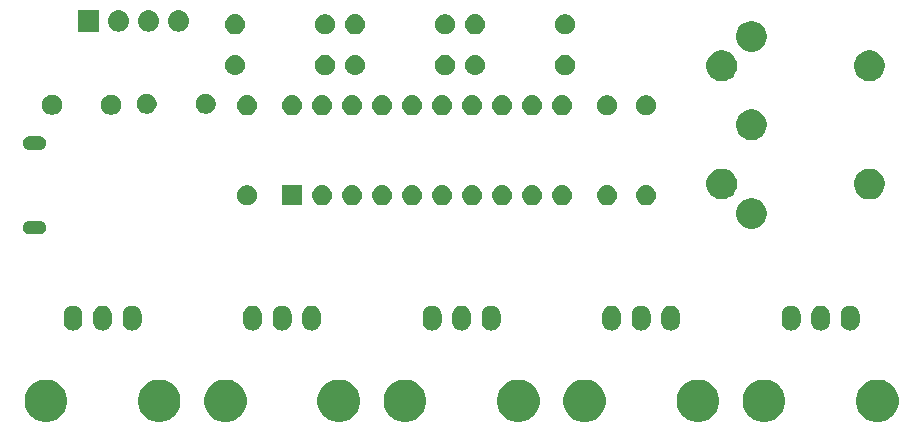
<source format=gbr>
G04 #@! TF.GenerationSoftware,KiCad,Pcbnew,(5.0.2)-1*
G04 #@! TF.CreationDate,2019-03-15T15:40:50+01:00*
G04 #@! TF.ProjectId,CCdrum,43436472-756d-42e6-9b69-6361645f7063,rev?*
G04 #@! TF.SameCoordinates,Original*
G04 #@! TF.FileFunction,Soldermask,Bot*
G04 #@! TF.FilePolarity,Negative*
%FSLAX46Y46*%
G04 Gerber Fmt 4.6, Leading zero omitted, Abs format (unit mm)*
G04 Created by KiCad (PCBNEW (5.0.2)-1) date 15/03/2019 15:40:50*
%MOMM*%
%LPD*%
G01*
G04 APERTURE LIST*
%ADD10C,0.100000*%
G04 APERTURE END LIST*
D10*
G36*
X178095331Y-102532211D02*
X178423092Y-102667974D01*
X178718073Y-102865074D01*
X178968926Y-103115927D01*
X179166026Y-103410908D01*
X179301789Y-103738669D01*
X179371000Y-104086616D01*
X179371000Y-104441384D01*
X179301789Y-104789331D01*
X179166026Y-105117092D01*
X178968926Y-105412073D01*
X178718073Y-105662926D01*
X178423092Y-105860026D01*
X178095331Y-105995789D01*
X177747384Y-106065000D01*
X177392616Y-106065000D01*
X177044669Y-105995789D01*
X176716908Y-105860026D01*
X176421927Y-105662926D01*
X176171074Y-105412073D01*
X175973974Y-105117092D01*
X175838211Y-104789331D01*
X175769000Y-104441384D01*
X175769000Y-104086616D01*
X175838211Y-103738669D01*
X175973974Y-103410908D01*
X176171074Y-103115927D01*
X176421927Y-102865074D01*
X176716908Y-102667974D01*
X177044669Y-102532211D01*
X177392616Y-102463000D01*
X177747384Y-102463000D01*
X178095331Y-102532211D01*
X178095331Y-102532211D01*
G37*
G36*
X168495331Y-102532211D02*
X168823092Y-102667974D01*
X169118073Y-102865074D01*
X169368926Y-103115927D01*
X169566026Y-103410908D01*
X169701789Y-103738669D01*
X169771000Y-104086616D01*
X169771000Y-104441384D01*
X169701789Y-104789331D01*
X169566026Y-105117092D01*
X169368926Y-105412073D01*
X169118073Y-105662926D01*
X168823092Y-105860026D01*
X168495331Y-105995789D01*
X168147384Y-106065000D01*
X167792616Y-106065000D01*
X167444669Y-105995789D01*
X167116908Y-105860026D01*
X166821927Y-105662926D01*
X166571074Y-105412073D01*
X166373974Y-105117092D01*
X166238211Y-104789331D01*
X166169000Y-104441384D01*
X166169000Y-104086616D01*
X166238211Y-103738669D01*
X166373974Y-103410908D01*
X166571074Y-103115927D01*
X166821927Y-102865074D01*
X167116908Y-102667974D01*
X167444669Y-102532211D01*
X167792616Y-102463000D01*
X168147384Y-102463000D01*
X168495331Y-102532211D01*
X168495331Y-102532211D01*
G37*
G36*
X138095331Y-102532211D02*
X138423092Y-102667974D01*
X138718073Y-102865074D01*
X138968926Y-103115927D01*
X139166026Y-103410908D01*
X139301789Y-103738669D01*
X139371000Y-104086616D01*
X139371000Y-104441384D01*
X139301789Y-104789331D01*
X139166026Y-105117092D01*
X138968926Y-105412073D01*
X138718073Y-105662926D01*
X138423092Y-105860026D01*
X138095331Y-105995789D01*
X137747384Y-106065000D01*
X137392616Y-106065000D01*
X137044669Y-105995789D01*
X136716908Y-105860026D01*
X136421927Y-105662926D01*
X136171074Y-105412073D01*
X135973974Y-105117092D01*
X135838211Y-104789331D01*
X135769000Y-104441384D01*
X135769000Y-104086616D01*
X135838211Y-103738669D01*
X135973974Y-103410908D01*
X136171074Y-103115927D01*
X136421927Y-102865074D01*
X136716908Y-102667974D01*
X137044669Y-102532211D01*
X137392616Y-102463000D01*
X137747384Y-102463000D01*
X138095331Y-102532211D01*
X138095331Y-102532211D01*
G37*
G36*
X147695331Y-102532211D02*
X148023092Y-102667974D01*
X148318073Y-102865074D01*
X148568926Y-103115927D01*
X148766026Y-103410908D01*
X148901789Y-103738669D01*
X148971000Y-104086616D01*
X148971000Y-104441384D01*
X148901789Y-104789331D01*
X148766026Y-105117092D01*
X148568926Y-105412073D01*
X148318073Y-105662926D01*
X148023092Y-105860026D01*
X147695331Y-105995789D01*
X147347384Y-106065000D01*
X146992616Y-106065000D01*
X146644669Y-105995789D01*
X146316908Y-105860026D01*
X146021927Y-105662926D01*
X145771074Y-105412073D01*
X145573974Y-105117092D01*
X145438211Y-104789331D01*
X145369000Y-104441384D01*
X145369000Y-104086616D01*
X145438211Y-103738669D01*
X145573974Y-103410908D01*
X145771074Y-103115927D01*
X146021927Y-102865074D01*
X146316908Y-102667974D01*
X146644669Y-102532211D01*
X146992616Y-102463000D01*
X147347384Y-102463000D01*
X147695331Y-102532211D01*
X147695331Y-102532211D01*
G37*
G36*
X132495331Y-102532211D02*
X132823092Y-102667974D01*
X133118073Y-102865074D01*
X133368926Y-103115927D01*
X133566026Y-103410908D01*
X133701789Y-103738669D01*
X133771000Y-104086616D01*
X133771000Y-104441384D01*
X133701789Y-104789331D01*
X133566026Y-105117092D01*
X133368926Y-105412073D01*
X133118073Y-105662926D01*
X132823092Y-105860026D01*
X132495331Y-105995789D01*
X132147384Y-106065000D01*
X131792616Y-106065000D01*
X131444669Y-105995789D01*
X131116908Y-105860026D01*
X130821927Y-105662926D01*
X130571074Y-105412073D01*
X130373974Y-105117092D01*
X130238211Y-104789331D01*
X130169000Y-104441384D01*
X130169000Y-104086616D01*
X130238211Y-103738669D01*
X130373974Y-103410908D01*
X130571074Y-103115927D01*
X130821927Y-102865074D01*
X131116908Y-102667974D01*
X131444669Y-102532211D01*
X131792616Y-102463000D01*
X132147384Y-102463000D01*
X132495331Y-102532211D01*
X132495331Y-102532211D01*
G37*
G36*
X122895331Y-102532211D02*
X123223092Y-102667974D01*
X123518073Y-102865074D01*
X123768926Y-103115927D01*
X123966026Y-103410908D01*
X124101789Y-103738669D01*
X124171000Y-104086616D01*
X124171000Y-104441384D01*
X124101789Y-104789331D01*
X123966026Y-105117092D01*
X123768926Y-105412073D01*
X123518073Y-105662926D01*
X123223092Y-105860026D01*
X122895331Y-105995789D01*
X122547384Y-106065000D01*
X122192616Y-106065000D01*
X121844669Y-105995789D01*
X121516908Y-105860026D01*
X121221927Y-105662926D01*
X120971074Y-105412073D01*
X120773974Y-105117092D01*
X120638211Y-104789331D01*
X120569000Y-104441384D01*
X120569000Y-104086616D01*
X120638211Y-103738669D01*
X120773974Y-103410908D01*
X120971074Y-103115927D01*
X121221927Y-102865074D01*
X121516908Y-102667974D01*
X121844669Y-102532211D01*
X122192616Y-102463000D01*
X122547384Y-102463000D01*
X122895331Y-102532211D01*
X122895331Y-102532211D01*
G37*
G36*
X117295331Y-102532211D02*
X117623092Y-102667974D01*
X117918073Y-102865074D01*
X118168926Y-103115927D01*
X118366026Y-103410908D01*
X118501789Y-103738669D01*
X118571000Y-104086616D01*
X118571000Y-104441384D01*
X118501789Y-104789331D01*
X118366026Y-105117092D01*
X118168926Y-105412073D01*
X117918073Y-105662926D01*
X117623092Y-105860026D01*
X117295331Y-105995789D01*
X116947384Y-106065000D01*
X116592616Y-106065000D01*
X116244669Y-105995789D01*
X115916908Y-105860026D01*
X115621927Y-105662926D01*
X115371074Y-105412073D01*
X115173974Y-105117092D01*
X115038211Y-104789331D01*
X114969000Y-104441384D01*
X114969000Y-104086616D01*
X115038211Y-103738669D01*
X115173974Y-103410908D01*
X115371074Y-103115927D01*
X115621927Y-102865074D01*
X115916908Y-102667974D01*
X116244669Y-102532211D01*
X116592616Y-102463000D01*
X116947384Y-102463000D01*
X117295331Y-102532211D01*
X117295331Y-102532211D01*
G37*
G36*
X153295331Y-102532211D02*
X153623092Y-102667974D01*
X153918073Y-102865074D01*
X154168926Y-103115927D01*
X154366026Y-103410908D01*
X154501789Y-103738669D01*
X154571000Y-104086616D01*
X154571000Y-104441384D01*
X154501789Y-104789331D01*
X154366026Y-105117092D01*
X154168926Y-105412073D01*
X153918073Y-105662926D01*
X153623092Y-105860026D01*
X153295331Y-105995789D01*
X152947384Y-106065000D01*
X152592616Y-106065000D01*
X152244669Y-105995789D01*
X151916908Y-105860026D01*
X151621927Y-105662926D01*
X151371074Y-105412073D01*
X151173974Y-105117092D01*
X151038211Y-104789331D01*
X150969000Y-104441384D01*
X150969000Y-104086616D01*
X151038211Y-103738669D01*
X151173974Y-103410908D01*
X151371074Y-103115927D01*
X151621927Y-102865074D01*
X151916908Y-102667974D01*
X152244669Y-102532211D01*
X152592616Y-102463000D01*
X152947384Y-102463000D01*
X153295331Y-102532211D01*
X153295331Y-102532211D01*
G37*
G36*
X162895331Y-102532211D02*
X163223092Y-102667974D01*
X163518073Y-102865074D01*
X163768926Y-103115927D01*
X163966026Y-103410908D01*
X164101789Y-103738669D01*
X164171000Y-104086616D01*
X164171000Y-104441384D01*
X164101789Y-104789331D01*
X163966026Y-105117092D01*
X163768926Y-105412073D01*
X163518073Y-105662926D01*
X163223092Y-105860026D01*
X162895331Y-105995789D01*
X162547384Y-106065000D01*
X162192616Y-106065000D01*
X161844669Y-105995789D01*
X161516908Y-105860026D01*
X161221927Y-105662926D01*
X160971074Y-105412073D01*
X160773974Y-105117092D01*
X160638211Y-104789331D01*
X160569000Y-104441384D01*
X160569000Y-104086616D01*
X160638211Y-103738669D01*
X160773974Y-103410908D01*
X160971074Y-103115927D01*
X161221927Y-102865074D01*
X161516908Y-102667974D01*
X161844669Y-102532211D01*
X162192616Y-102463000D01*
X162547384Y-102463000D01*
X162895331Y-102532211D01*
X162895331Y-102532211D01*
G37*
G36*
X107695331Y-102532211D02*
X108023092Y-102667974D01*
X108318073Y-102865074D01*
X108568926Y-103115927D01*
X108766026Y-103410908D01*
X108901789Y-103738669D01*
X108971000Y-104086616D01*
X108971000Y-104441384D01*
X108901789Y-104789331D01*
X108766026Y-105117092D01*
X108568926Y-105412073D01*
X108318073Y-105662926D01*
X108023092Y-105860026D01*
X107695331Y-105995789D01*
X107347384Y-106065000D01*
X106992616Y-106065000D01*
X106644669Y-105995789D01*
X106316908Y-105860026D01*
X106021927Y-105662926D01*
X105771074Y-105412073D01*
X105573974Y-105117092D01*
X105438211Y-104789331D01*
X105369000Y-104441384D01*
X105369000Y-104086616D01*
X105438211Y-103738669D01*
X105573974Y-103410908D01*
X105771074Y-103115927D01*
X106021927Y-102865074D01*
X106316908Y-102667974D01*
X106644669Y-102532211D01*
X106992616Y-102463000D01*
X107347384Y-102463000D01*
X107695331Y-102532211D01*
X107695331Y-102532211D01*
G37*
G36*
X140027025Y-96224590D02*
X140178012Y-96270392D01*
X140317165Y-96344770D01*
X140439133Y-96444867D01*
X140539230Y-96566835D01*
X140613608Y-96705988D01*
X140659410Y-96856975D01*
X140671000Y-96974654D01*
X140671000Y-97553346D01*
X140659410Y-97671025D01*
X140613608Y-97822012D01*
X140539230Y-97961165D01*
X140439136Y-98083130D01*
X140439134Y-98083131D01*
X140439133Y-98083133D01*
X140439129Y-98083136D01*
X140317161Y-98183232D01*
X140178011Y-98257608D01*
X140027024Y-98303410D01*
X139870000Y-98318875D01*
X139712975Y-98303410D01*
X139561988Y-98257608D01*
X139422835Y-98183230D01*
X139300870Y-98083136D01*
X139300869Y-98083134D01*
X139300867Y-98083133D01*
X139250819Y-98022148D01*
X139200768Y-97961161D01*
X139126392Y-97822011D01*
X139080590Y-97671024D01*
X139069000Y-97553345D01*
X139069000Y-96974654D01*
X139080590Y-96856975D01*
X139103491Y-96781482D01*
X139126392Y-96705988D01*
X139200771Y-96566835D01*
X139300868Y-96444867D01*
X139422836Y-96344770D01*
X139561989Y-96270392D01*
X139712976Y-96224590D01*
X139870000Y-96209125D01*
X140027025Y-96224590D01*
X140027025Y-96224590D01*
G37*
G36*
X145027025Y-96224590D02*
X145178012Y-96270392D01*
X145317165Y-96344770D01*
X145439133Y-96444867D01*
X145539230Y-96566835D01*
X145613608Y-96705988D01*
X145659410Y-96856975D01*
X145671000Y-96974654D01*
X145671000Y-97553346D01*
X145659410Y-97671025D01*
X145613608Y-97822012D01*
X145539230Y-97961165D01*
X145439136Y-98083130D01*
X145439134Y-98083131D01*
X145439133Y-98083133D01*
X145439129Y-98083136D01*
X145317161Y-98183232D01*
X145178011Y-98257608D01*
X145027024Y-98303410D01*
X144870000Y-98318875D01*
X144712975Y-98303410D01*
X144561988Y-98257608D01*
X144422835Y-98183230D01*
X144300870Y-98083136D01*
X144300869Y-98083134D01*
X144300867Y-98083133D01*
X144250819Y-98022148D01*
X144200768Y-97961161D01*
X144126392Y-97822011D01*
X144080590Y-97671024D01*
X144069000Y-97553345D01*
X144069000Y-96974654D01*
X144080590Y-96856975D01*
X144103491Y-96781482D01*
X144126392Y-96705988D01*
X144200771Y-96566835D01*
X144300868Y-96444867D01*
X144422836Y-96344770D01*
X144561989Y-96270392D01*
X144712976Y-96224590D01*
X144870000Y-96209125D01*
X145027025Y-96224590D01*
X145027025Y-96224590D01*
G37*
G36*
X142527025Y-96224590D02*
X142678012Y-96270392D01*
X142817165Y-96344770D01*
X142939133Y-96444867D01*
X143039230Y-96566835D01*
X143113608Y-96705988D01*
X143159410Y-96856975D01*
X143171000Y-96974654D01*
X143171000Y-97553346D01*
X143159410Y-97671025D01*
X143113608Y-97822012D01*
X143039230Y-97961165D01*
X142939136Y-98083130D01*
X142939134Y-98083131D01*
X142939133Y-98083133D01*
X142939129Y-98083136D01*
X142817161Y-98183232D01*
X142678011Y-98257608D01*
X142527024Y-98303410D01*
X142370000Y-98318875D01*
X142212975Y-98303410D01*
X142061988Y-98257608D01*
X141922835Y-98183230D01*
X141800870Y-98083136D01*
X141800869Y-98083134D01*
X141800867Y-98083133D01*
X141750819Y-98022148D01*
X141700768Y-97961161D01*
X141626392Y-97822011D01*
X141580590Y-97671024D01*
X141569000Y-97553345D01*
X141569000Y-96974654D01*
X141580590Y-96856975D01*
X141603491Y-96781482D01*
X141626392Y-96705988D01*
X141700771Y-96566835D01*
X141800868Y-96444867D01*
X141922836Y-96344770D01*
X142061989Y-96270392D01*
X142212976Y-96224590D01*
X142370000Y-96209125D01*
X142527025Y-96224590D01*
X142527025Y-96224590D01*
G37*
G36*
X160227025Y-96224590D02*
X160378012Y-96270392D01*
X160517165Y-96344770D01*
X160639133Y-96444867D01*
X160739230Y-96566835D01*
X160813608Y-96705988D01*
X160859410Y-96856975D01*
X160871000Y-96974654D01*
X160871000Y-97553346D01*
X160859410Y-97671025D01*
X160813608Y-97822012D01*
X160739230Y-97961165D01*
X160639136Y-98083130D01*
X160639134Y-98083131D01*
X160639133Y-98083133D01*
X160639129Y-98083136D01*
X160517161Y-98183232D01*
X160378011Y-98257608D01*
X160227024Y-98303410D01*
X160070000Y-98318875D01*
X159912975Y-98303410D01*
X159761988Y-98257608D01*
X159622835Y-98183230D01*
X159500870Y-98083136D01*
X159500869Y-98083134D01*
X159500867Y-98083133D01*
X159450819Y-98022148D01*
X159400768Y-97961161D01*
X159326392Y-97822011D01*
X159280590Y-97671024D01*
X159269000Y-97553345D01*
X159269000Y-96974654D01*
X159280590Y-96856975D01*
X159303491Y-96781482D01*
X159326392Y-96705988D01*
X159400771Y-96566835D01*
X159500868Y-96444867D01*
X159622836Y-96344770D01*
X159761989Y-96270392D01*
X159912976Y-96224590D01*
X160070000Y-96209125D01*
X160227025Y-96224590D01*
X160227025Y-96224590D01*
G37*
G36*
X157727025Y-96224590D02*
X157878012Y-96270392D01*
X158017165Y-96344770D01*
X158139133Y-96444867D01*
X158239230Y-96566835D01*
X158313608Y-96705988D01*
X158359410Y-96856975D01*
X158371000Y-96974654D01*
X158371000Y-97553346D01*
X158359410Y-97671025D01*
X158313608Y-97822012D01*
X158239230Y-97961165D01*
X158139136Y-98083130D01*
X158139134Y-98083131D01*
X158139133Y-98083133D01*
X158139129Y-98083136D01*
X158017161Y-98183232D01*
X157878011Y-98257608D01*
X157727024Y-98303410D01*
X157570000Y-98318875D01*
X157412975Y-98303410D01*
X157261988Y-98257608D01*
X157122835Y-98183230D01*
X157000870Y-98083136D01*
X157000869Y-98083134D01*
X157000867Y-98083133D01*
X156950819Y-98022148D01*
X156900768Y-97961161D01*
X156826392Y-97822011D01*
X156780590Y-97671024D01*
X156769000Y-97553345D01*
X156769000Y-96974654D01*
X156780590Y-96856975D01*
X156803491Y-96781482D01*
X156826392Y-96705988D01*
X156900771Y-96566835D01*
X157000868Y-96444867D01*
X157122836Y-96344770D01*
X157261989Y-96270392D01*
X157412976Y-96224590D01*
X157570000Y-96209125D01*
X157727025Y-96224590D01*
X157727025Y-96224590D01*
G37*
G36*
X155227025Y-96224590D02*
X155378012Y-96270392D01*
X155517165Y-96344770D01*
X155639133Y-96444867D01*
X155739230Y-96566835D01*
X155813608Y-96705988D01*
X155859410Y-96856975D01*
X155871000Y-96974654D01*
X155871000Y-97553346D01*
X155859410Y-97671025D01*
X155813608Y-97822012D01*
X155739230Y-97961165D01*
X155639136Y-98083130D01*
X155639134Y-98083131D01*
X155639133Y-98083133D01*
X155639129Y-98083136D01*
X155517161Y-98183232D01*
X155378011Y-98257608D01*
X155227024Y-98303410D01*
X155070000Y-98318875D01*
X154912975Y-98303410D01*
X154761988Y-98257608D01*
X154622835Y-98183230D01*
X154500870Y-98083136D01*
X154500869Y-98083134D01*
X154500867Y-98083133D01*
X154450819Y-98022148D01*
X154400768Y-97961161D01*
X154326392Y-97822011D01*
X154280590Y-97671024D01*
X154269000Y-97553345D01*
X154269000Y-96974654D01*
X154280590Y-96856975D01*
X154303491Y-96781482D01*
X154326392Y-96705988D01*
X154400771Y-96566835D01*
X154500868Y-96444867D01*
X154622836Y-96344770D01*
X154761989Y-96270392D01*
X154912976Y-96224590D01*
X155070000Y-96209125D01*
X155227025Y-96224590D01*
X155227025Y-96224590D01*
G37*
G36*
X170427025Y-96224590D02*
X170578012Y-96270392D01*
X170717165Y-96344770D01*
X170839133Y-96444867D01*
X170939230Y-96566835D01*
X171013608Y-96705988D01*
X171059410Y-96856975D01*
X171071000Y-96974654D01*
X171071000Y-97553346D01*
X171059410Y-97671025D01*
X171013608Y-97822012D01*
X170939230Y-97961165D01*
X170839136Y-98083130D01*
X170839134Y-98083131D01*
X170839133Y-98083133D01*
X170839129Y-98083136D01*
X170717161Y-98183232D01*
X170578011Y-98257608D01*
X170427024Y-98303410D01*
X170270000Y-98318875D01*
X170112975Y-98303410D01*
X169961988Y-98257608D01*
X169822835Y-98183230D01*
X169700870Y-98083136D01*
X169700869Y-98083134D01*
X169700867Y-98083133D01*
X169650819Y-98022148D01*
X169600768Y-97961161D01*
X169526392Y-97822011D01*
X169480590Y-97671024D01*
X169469000Y-97553345D01*
X169469000Y-96974654D01*
X169480590Y-96856975D01*
X169503491Y-96781482D01*
X169526392Y-96705988D01*
X169600771Y-96566835D01*
X169700868Y-96444867D01*
X169822836Y-96344770D01*
X169961989Y-96270392D01*
X170112976Y-96224590D01*
X170270000Y-96209125D01*
X170427025Y-96224590D01*
X170427025Y-96224590D01*
G37*
G36*
X114627025Y-96224590D02*
X114778012Y-96270392D01*
X114917165Y-96344770D01*
X115039133Y-96444867D01*
X115139230Y-96566835D01*
X115213608Y-96705988D01*
X115259410Y-96856975D01*
X115271000Y-96974654D01*
X115271000Y-97553346D01*
X115259410Y-97671025D01*
X115213608Y-97822012D01*
X115139230Y-97961165D01*
X115039136Y-98083130D01*
X115039134Y-98083131D01*
X115039133Y-98083133D01*
X115039129Y-98083136D01*
X114917161Y-98183232D01*
X114778011Y-98257608D01*
X114627024Y-98303410D01*
X114470000Y-98318875D01*
X114312975Y-98303410D01*
X114161988Y-98257608D01*
X114022835Y-98183230D01*
X113900870Y-98083136D01*
X113900869Y-98083134D01*
X113900867Y-98083133D01*
X113850819Y-98022148D01*
X113800768Y-97961161D01*
X113726392Y-97822011D01*
X113680590Y-97671024D01*
X113669000Y-97553345D01*
X113669000Y-96974654D01*
X113680590Y-96856975D01*
X113703491Y-96781482D01*
X113726392Y-96705988D01*
X113800771Y-96566835D01*
X113900868Y-96444867D01*
X114022836Y-96344770D01*
X114161989Y-96270392D01*
X114312976Y-96224590D01*
X114470000Y-96209125D01*
X114627025Y-96224590D01*
X114627025Y-96224590D01*
G37*
G36*
X112127025Y-96224590D02*
X112278012Y-96270392D01*
X112417165Y-96344770D01*
X112539133Y-96444867D01*
X112639230Y-96566835D01*
X112713608Y-96705988D01*
X112759410Y-96856975D01*
X112771000Y-96974654D01*
X112771000Y-97553346D01*
X112759410Y-97671025D01*
X112713608Y-97822012D01*
X112639230Y-97961165D01*
X112539136Y-98083130D01*
X112539134Y-98083131D01*
X112539133Y-98083133D01*
X112539129Y-98083136D01*
X112417161Y-98183232D01*
X112278011Y-98257608D01*
X112127024Y-98303410D01*
X111970000Y-98318875D01*
X111812975Y-98303410D01*
X111661988Y-98257608D01*
X111522835Y-98183230D01*
X111400870Y-98083136D01*
X111400869Y-98083134D01*
X111400867Y-98083133D01*
X111350819Y-98022148D01*
X111300768Y-97961161D01*
X111226392Y-97822011D01*
X111180590Y-97671024D01*
X111169000Y-97553345D01*
X111169000Y-96974654D01*
X111180590Y-96856975D01*
X111203491Y-96781482D01*
X111226392Y-96705988D01*
X111300771Y-96566835D01*
X111400868Y-96444867D01*
X111522836Y-96344770D01*
X111661989Y-96270392D01*
X111812976Y-96224590D01*
X111970000Y-96209125D01*
X112127025Y-96224590D01*
X112127025Y-96224590D01*
G37*
G36*
X109627025Y-96224590D02*
X109778012Y-96270392D01*
X109917165Y-96344770D01*
X110039133Y-96444867D01*
X110139230Y-96566835D01*
X110213608Y-96705988D01*
X110259410Y-96856975D01*
X110271000Y-96974654D01*
X110271000Y-97553346D01*
X110259410Y-97671025D01*
X110213608Y-97822012D01*
X110139230Y-97961165D01*
X110039136Y-98083130D01*
X110039134Y-98083131D01*
X110039133Y-98083133D01*
X110039129Y-98083136D01*
X109917161Y-98183232D01*
X109778011Y-98257608D01*
X109627024Y-98303410D01*
X109470000Y-98318875D01*
X109312975Y-98303410D01*
X109161988Y-98257608D01*
X109022835Y-98183230D01*
X108900870Y-98083136D01*
X108900869Y-98083134D01*
X108900867Y-98083133D01*
X108850819Y-98022148D01*
X108800768Y-97961161D01*
X108726392Y-97822011D01*
X108680590Y-97671024D01*
X108669000Y-97553345D01*
X108669000Y-96974654D01*
X108680590Y-96856975D01*
X108703491Y-96781482D01*
X108726392Y-96705988D01*
X108800771Y-96566835D01*
X108900868Y-96444867D01*
X109022836Y-96344770D01*
X109161989Y-96270392D01*
X109312976Y-96224590D01*
X109470000Y-96209125D01*
X109627025Y-96224590D01*
X109627025Y-96224590D01*
G37*
G36*
X124827025Y-96224590D02*
X124978012Y-96270392D01*
X125117165Y-96344770D01*
X125239133Y-96444867D01*
X125339230Y-96566835D01*
X125413608Y-96705988D01*
X125459410Y-96856975D01*
X125471000Y-96974654D01*
X125471000Y-97553346D01*
X125459410Y-97671025D01*
X125413608Y-97822012D01*
X125339230Y-97961165D01*
X125239136Y-98083130D01*
X125239134Y-98083131D01*
X125239133Y-98083133D01*
X125239129Y-98083136D01*
X125117161Y-98183232D01*
X124978011Y-98257608D01*
X124827024Y-98303410D01*
X124670000Y-98318875D01*
X124512975Y-98303410D01*
X124361988Y-98257608D01*
X124222835Y-98183230D01*
X124100870Y-98083136D01*
X124100869Y-98083134D01*
X124100867Y-98083133D01*
X124050819Y-98022148D01*
X124000768Y-97961161D01*
X123926392Y-97822011D01*
X123880590Y-97671024D01*
X123869000Y-97553345D01*
X123869000Y-96974654D01*
X123880590Y-96856975D01*
X123903491Y-96781482D01*
X123926392Y-96705988D01*
X124000771Y-96566835D01*
X124100868Y-96444867D01*
X124222836Y-96344770D01*
X124361989Y-96270392D01*
X124512976Y-96224590D01*
X124670000Y-96209125D01*
X124827025Y-96224590D01*
X124827025Y-96224590D01*
G37*
G36*
X127327025Y-96224590D02*
X127478012Y-96270392D01*
X127617165Y-96344770D01*
X127739133Y-96444867D01*
X127839230Y-96566835D01*
X127913608Y-96705988D01*
X127959410Y-96856975D01*
X127971000Y-96974654D01*
X127971000Y-97553346D01*
X127959410Y-97671025D01*
X127913608Y-97822012D01*
X127839230Y-97961165D01*
X127739136Y-98083130D01*
X127739134Y-98083131D01*
X127739133Y-98083133D01*
X127739129Y-98083136D01*
X127617161Y-98183232D01*
X127478011Y-98257608D01*
X127327024Y-98303410D01*
X127170000Y-98318875D01*
X127012975Y-98303410D01*
X126861988Y-98257608D01*
X126722835Y-98183230D01*
X126600870Y-98083136D01*
X126600869Y-98083134D01*
X126600867Y-98083133D01*
X126550819Y-98022148D01*
X126500768Y-97961161D01*
X126426392Y-97822011D01*
X126380590Y-97671024D01*
X126369000Y-97553345D01*
X126369000Y-96974654D01*
X126380590Y-96856975D01*
X126403491Y-96781482D01*
X126426392Y-96705988D01*
X126500771Y-96566835D01*
X126600868Y-96444867D01*
X126722836Y-96344770D01*
X126861989Y-96270392D01*
X127012976Y-96224590D01*
X127170000Y-96209125D01*
X127327025Y-96224590D01*
X127327025Y-96224590D01*
G37*
G36*
X129827025Y-96224590D02*
X129978012Y-96270392D01*
X130117165Y-96344770D01*
X130239133Y-96444867D01*
X130339230Y-96566835D01*
X130413608Y-96705988D01*
X130459410Y-96856975D01*
X130471000Y-96974654D01*
X130471000Y-97553346D01*
X130459410Y-97671025D01*
X130413608Y-97822012D01*
X130339230Y-97961165D01*
X130239136Y-98083130D01*
X130239134Y-98083131D01*
X130239133Y-98083133D01*
X130239129Y-98083136D01*
X130117161Y-98183232D01*
X129978011Y-98257608D01*
X129827024Y-98303410D01*
X129670000Y-98318875D01*
X129512975Y-98303410D01*
X129361988Y-98257608D01*
X129222835Y-98183230D01*
X129100870Y-98083136D01*
X129100869Y-98083134D01*
X129100867Y-98083133D01*
X129050819Y-98022148D01*
X129000768Y-97961161D01*
X128926392Y-97822011D01*
X128880590Y-97671024D01*
X128869000Y-97553345D01*
X128869000Y-96974654D01*
X128880590Y-96856975D01*
X128903491Y-96781482D01*
X128926392Y-96705988D01*
X129000771Y-96566835D01*
X129100868Y-96444867D01*
X129222836Y-96344770D01*
X129361989Y-96270392D01*
X129512976Y-96224590D01*
X129670000Y-96209125D01*
X129827025Y-96224590D01*
X129827025Y-96224590D01*
G37*
G36*
X175427025Y-96224590D02*
X175578012Y-96270392D01*
X175717165Y-96344770D01*
X175839133Y-96444867D01*
X175939230Y-96566835D01*
X176013608Y-96705988D01*
X176059410Y-96856975D01*
X176071000Y-96974654D01*
X176071000Y-97553346D01*
X176059410Y-97671025D01*
X176013608Y-97822012D01*
X175939230Y-97961165D01*
X175839136Y-98083130D01*
X175839134Y-98083131D01*
X175839133Y-98083133D01*
X175839129Y-98083136D01*
X175717161Y-98183232D01*
X175578011Y-98257608D01*
X175427024Y-98303410D01*
X175270000Y-98318875D01*
X175112975Y-98303410D01*
X174961988Y-98257608D01*
X174822835Y-98183230D01*
X174700870Y-98083136D01*
X174700869Y-98083134D01*
X174700867Y-98083133D01*
X174650819Y-98022148D01*
X174600768Y-97961161D01*
X174526392Y-97822011D01*
X174480590Y-97671024D01*
X174469000Y-97553345D01*
X174469000Y-96974654D01*
X174480590Y-96856975D01*
X174503491Y-96781482D01*
X174526392Y-96705988D01*
X174600771Y-96566835D01*
X174700868Y-96444867D01*
X174822836Y-96344770D01*
X174961989Y-96270392D01*
X175112976Y-96224590D01*
X175270000Y-96209125D01*
X175427025Y-96224590D01*
X175427025Y-96224590D01*
G37*
G36*
X172927025Y-96224590D02*
X173078012Y-96270392D01*
X173217165Y-96344770D01*
X173339133Y-96444867D01*
X173439230Y-96566835D01*
X173513608Y-96705988D01*
X173559410Y-96856975D01*
X173571000Y-96974654D01*
X173571000Y-97553346D01*
X173559410Y-97671025D01*
X173513608Y-97822012D01*
X173439230Y-97961165D01*
X173339136Y-98083130D01*
X173339134Y-98083131D01*
X173339133Y-98083133D01*
X173339129Y-98083136D01*
X173217161Y-98183232D01*
X173078011Y-98257608D01*
X172927024Y-98303410D01*
X172770000Y-98318875D01*
X172612975Y-98303410D01*
X172461988Y-98257608D01*
X172322835Y-98183230D01*
X172200870Y-98083136D01*
X172200869Y-98083134D01*
X172200867Y-98083133D01*
X172150819Y-98022148D01*
X172100768Y-97961161D01*
X172026392Y-97822011D01*
X171980590Y-97671024D01*
X171969000Y-97553345D01*
X171969000Y-96974654D01*
X171980590Y-96856975D01*
X172003491Y-96781482D01*
X172026392Y-96705988D01*
X172100771Y-96566835D01*
X172200868Y-96444867D01*
X172322836Y-96344770D01*
X172461989Y-96270392D01*
X172612976Y-96224590D01*
X172770000Y-96209125D01*
X172927025Y-96224590D01*
X172927025Y-96224590D01*
G37*
G36*
X106737916Y-89007334D02*
X106846492Y-89040271D01*
X106946557Y-89093756D01*
X107034264Y-89165736D01*
X107106244Y-89253443D01*
X107159729Y-89353508D01*
X107192666Y-89462084D01*
X107203787Y-89575000D01*
X107192666Y-89687916D01*
X107159729Y-89796492D01*
X107106244Y-89896557D01*
X107034264Y-89984264D01*
X106946557Y-90056244D01*
X106846492Y-90109729D01*
X106737916Y-90142666D01*
X106653298Y-90151000D01*
X105746702Y-90151000D01*
X105662084Y-90142666D01*
X105553508Y-90109729D01*
X105453443Y-90056244D01*
X105365736Y-89984264D01*
X105293756Y-89896557D01*
X105240271Y-89796492D01*
X105207334Y-89687916D01*
X105196213Y-89575000D01*
X105207334Y-89462084D01*
X105240271Y-89353508D01*
X105293756Y-89253443D01*
X105365736Y-89165736D01*
X105453443Y-89093756D01*
X105553508Y-89040271D01*
X105662084Y-89007334D01*
X105746702Y-88999000D01*
X106653298Y-88999000D01*
X106737916Y-89007334D01*
X106737916Y-89007334D01*
G37*
G36*
X167282193Y-87147384D02*
X167518902Y-87245432D01*
X167731938Y-87387778D01*
X167913102Y-87568942D01*
X168055448Y-87781978D01*
X168153496Y-88018687D01*
X168203480Y-88269973D01*
X168203480Y-88526187D01*
X168153496Y-88777473D01*
X168055448Y-89014182D01*
X167913102Y-89227218D01*
X167731938Y-89408382D01*
X167518902Y-89550728D01*
X167282193Y-89648776D01*
X167030907Y-89698760D01*
X166774693Y-89698760D01*
X166523407Y-89648776D01*
X166286698Y-89550728D01*
X166073662Y-89408382D01*
X165892498Y-89227218D01*
X165750152Y-89014182D01*
X165652104Y-88777473D01*
X165602120Y-88526187D01*
X165602120Y-88269973D01*
X165652104Y-88018687D01*
X165750152Y-87781978D01*
X165892498Y-87568942D01*
X166073662Y-87387778D01*
X166286698Y-87245432D01*
X166523407Y-87147384D01*
X166774693Y-87097400D01*
X167030907Y-87097400D01*
X167282193Y-87147384D01*
X167282193Y-87147384D01*
G37*
G36*
X124454228Y-86049703D02*
X124609100Y-86113853D01*
X124748481Y-86206985D01*
X124867015Y-86325519D01*
X124960147Y-86464900D01*
X125024297Y-86619772D01*
X125057000Y-86784184D01*
X125057000Y-86951816D01*
X125024297Y-87116228D01*
X124960147Y-87271100D01*
X124867015Y-87410481D01*
X124748481Y-87529015D01*
X124609100Y-87622147D01*
X124454228Y-87686297D01*
X124289816Y-87719000D01*
X124122184Y-87719000D01*
X123957772Y-87686297D01*
X123802900Y-87622147D01*
X123663519Y-87529015D01*
X123544985Y-87410481D01*
X123451853Y-87271100D01*
X123387703Y-87116228D01*
X123355000Y-86951816D01*
X123355000Y-86784184D01*
X123387703Y-86619772D01*
X123451853Y-86464900D01*
X123544985Y-86325519D01*
X123663519Y-86206985D01*
X123802900Y-86113853D01*
X123957772Y-86049703D01*
X124122184Y-86017000D01*
X124289816Y-86017000D01*
X124454228Y-86049703D01*
X124454228Y-86049703D01*
G37*
G36*
X154852821Y-86029313D02*
X154852824Y-86029314D01*
X154852825Y-86029314D01*
X155013239Y-86077975D01*
X155013241Y-86077976D01*
X155013244Y-86077977D01*
X155161078Y-86156995D01*
X155290659Y-86263341D01*
X155397005Y-86392922D01*
X155476023Y-86540756D01*
X155476024Y-86540759D01*
X155476025Y-86540761D01*
X155524686Y-86701175D01*
X155524687Y-86701179D01*
X155541117Y-86868000D01*
X155524687Y-87034821D01*
X155524686Y-87034824D01*
X155524686Y-87034825D01*
X155489155Y-87151956D01*
X155476023Y-87195244D01*
X155397005Y-87343078D01*
X155290659Y-87472659D01*
X155161078Y-87579005D01*
X155013244Y-87658023D01*
X155013241Y-87658024D01*
X155013239Y-87658025D01*
X154852825Y-87706686D01*
X154852824Y-87706686D01*
X154852821Y-87706687D01*
X154727804Y-87719000D01*
X154644196Y-87719000D01*
X154519179Y-87706687D01*
X154519176Y-87706686D01*
X154519175Y-87706686D01*
X154358761Y-87658025D01*
X154358759Y-87658024D01*
X154358756Y-87658023D01*
X154210922Y-87579005D01*
X154081341Y-87472659D01*
X153974995Y-87343078D01*
X153895977Y-87195244D01*
X153882846Y-87151956D01*
X153847314Y-87034825D01*
X153847314Y-87034824D01*
X153847313Y-87034821D01*
X153830883Y-86868000D01*
X153847313Y-86701179D01*
X153847314Y-86701175D01*
X153895975Y-86540761D01*
X153895976Y-86540759D01*
X153895977Y-86540756D01*
X153974995Y-86392922D01*
X154081341Y-86263341D01*
X154210922Y-86156995D01*
X154358756Y-86077977D01*
X154358759Y-86077976D01*
X154358761Y-86077975D01*
X154519175Y-86029314D01*
X154519176Y-86029314D01*
X154519179Y-86029313D01*
X154644196Y-86017000D01*
X154727804Y-86017000D01*
X154852821Y-86029313D01*
X154852821Y-86029313D01*
G37*
G36*
X133262821Y-86029313D02*
X133262824Y-86029314D01*
X133262825Y-86029314D01*
X133423239Y-86077975D01*
X133423241Y-86077976D01*
X133423244Y-86077977D01*
X133571078Y-86156995D01*
X133700659Y-86263341D01*
X133807005Y-86392922D01*
X133886023Y-86540756D01*
X133886024Y-86540759D01*
X133886025Y-86540761D01*
X133934686Y-86701175D01*
X133934687Y-86701179D01*
X133951117Y-86868000D01*
X133934687Y-87034821D01*
X133934686Y-87034824D01*
X133934686Y-87034825D01*
X133899155Y-87151956D01*
X133886023Y-87195244D01*
X133807005Y-87343078D01*
X133700659Y-87472659D01*
X133571078Y-87579005D01*
X133423244Y-87658023D01*
X133423241Y-87658024D01*
X133423239Y-87658025D01*
X133262825Y-87706686D01*
X133262824Y-87706686D01*
X133262821Y-87706687D01*
X133137804Y-87719000D01*
X133054196Y-87719000D01*
X132929179Y-87706687D01*
X132929176Y-87706686D01*
X132929175Y-87706686D01*
X132768761Y-87658025D01*
X132768759Y-87658024D01*
X132768756Y-87658023D01*
X132620922Y-87579005D01*
X132491341Y-87472659D01*
X132384995Y-87343078D01*
X132305977Y-87195244D01*
X132292846Y-87151956D01*
X132257314Y-87034825D01*
X132257314Y-87034824D01*
X132257313Y-87034821D01*
X132240883Y-86868000D01*
X132257313Y-86701179D01*
X132257314Y-86701175D01*
X132305975Y-86540761D01*
X132305976Y-86540759D01*
X132305977Y-86540756D01*
X132384995Y-86392922D01*
X132491341Y-86263341D01*
X132620922Y-86156995D01*
X132768756Y-86077977D01*
X132768759Y-86077976D01*
X132768761Y-86077975D01*
X132929175Y-86029314D01*
X132929176Y-86029314D01*
X132929179Y-86029313D01*
X133054196Y-86017000D01*
X133137804Y-86017000D01*
X133262821Y-86029313D01*
X133262821Y-86029313D01*
G37*
G36*
X158154821Y-86029313D02*
X158154824Y-86029314D01*
X158154825Y-86029314D01*
X158315239Y-86077975D01*
X158315241Y-86077976D01*
X158315244Y-86077977D01*
X158463078Y-86156995D01*
X158592659Y-86263341D01*
X158699005Y-86392922D01*
X158778023Y-86540756D01*
X158778024Y-86540759D01*
X158778025Y-86540761D01*
X158826686Y-86701175D01*
X158826687Y-86701179D01*
X158843117Y-86868000D01*
X158826687Y-87034821D01*
X158826686Y-87034824D01*
X158826686Y-87034825D01*
X158791155Y-87151956D01*
X158778023Y-87195244D01*
X158699005Y-87343078D01*
X158592659Y-87472659D01*
X158463078Y-87579005D01*
X158315244Y-87658023D01*
X158315241Y-87658024D01*
X158315239Y-87658025D01*
X158154825Y-87706686D01*
X158154824Y-87706686D01*
X158154821Y-87706687D01*
X158029804Y-87719000D01*
X157946196Y-87719000D01*
X157821179Y-87706687D01*
X157821176Y-87706686D01*
X157821175Y-87706686D01*
X157660761Y-87658025D01*
X157660759Y-87658024D01*
X157660756Y-87658023D01*
X157512922Y-87579005D01*
X157383341Y-87472659D01*
X157276995Y-87343078D01*
X157197977Y-87195244D01*
X157184846Y-87151956D01*
X157149314Y-87034825D01*
X157149314Y-87034824D01*
X157149313Y-87034821D01*
X157132883Y-86868000D01*
X157149313Y-86701179D01*
X157149314Y-86701175D01*
X157197975Y-86540761D01*
X157197976Y-86540759D01*
X157197977Y-86540756D01*
X157276995Y-86392922D01*
X157383341Y-86263341D01*
X157512922Y-86156995D01*
X157660756Y-86077977D01*
X157660759Y-86077976D01*
X157660761Y-86077975D01*
X157821175Y-86029314D01*
X157821176Y-86029314D01*
X157821179Y-86029313D01*
X157946196Y-86017000D01*
X158029804Y-86017000D01*
X158154821Y-86029313D01*
X158154821Y-86029313D01*
G37*
G36*
X151042821Y-86029313D02*
X151042824Y-86029314D01*
X151042825Y-86029314D01*
X151203239Y-86077975D01*
X151203241Y-86077976D01*
X151203244Y-86077977D01*
X151351078Y-86156995D01*
X151480659Y-86263341D01*
X151587005Y-86392922D01*
X151666023Y-86540756D01*
X151666024Y-86540759D01*
X151666025Y-86540761D01*
X151714686Y-86701175D01*
X151714687Y-86701179D01*
X151731117Y-86868000D01*
X151714687Y-87034821D01*
X151714686Y-87034824D01*
X151714686Y-87034825D01*
X151679155Y-87151956D01*
X151666023Y-87195244D01*
X151587005Y-87343078D01*
X151480659Y-87472659D01*
X151351078Y-87579005D01*
X151203244Y-87658023D01*
X151203241Y-87658024D01*
X151203239Y-87658025D01*
X151042825Y-87706686D01*
X151042824Y-87706686D01*
X151042821Y-87706687D01*
X150917804Y-87719000D01*
X150834196Y-87719000D01*
X150709179Y-87706687D01*
X150709176Y-87706686D01*
X150709175Y-87706686D01*
X150548761Y-87658025D01*
X150548759Y-87658024D01*
X150548756Y-87658023D01*
X150400922Y-87579005D01*
X150271341Y-87472659D01*
X150164995Y-87343078D01*
X150085977Y-87195244D01*
X150072846Y-87151956D01*
X150037314Y-87034825D01*
X150037314Y-87034824D01*
X150037313Y-87034821D01*
X150020883Y-86868000D01*
X150037313Y-86701179D01*
X150037314Y-86701175D01*
X150085975Y-86540761D01*
X150085976Y-86540759D01*
X150085977Y-86540756D01*
X150164995Y-86392922D01*
X150271341Y-86263341D01*
X150400922Y-86156995D01*
X150548756Y-86077977D01*
X150548759Y-86077976D01*
X150548761Y-86077975D01*
X150709175Y-86029314D01*
X150709176Y-86029314D01*
X150709179Y-86029313D01*
X150834196Y-86017000D01*
X150917804Y-86017000D01*
X151042821Y-86029313D01*
X151042821Y-86029313D01*
G37*
G36*
X148502821Y-86029313D02*
X148502824Y-86029314D01*
X148502825Y-86029314D01*
X148663239Y-86077975D01*
X148663241Y-86077976D01*
X148663244Y-86077977D01*
X148811078Y-86156995D01*
X148940659Y-86263341D01*
X149047005Y-86392922D01*
X149126023Y-86540756D01*
X149126024Y-86540759D01*
X149126025Y-86540761D01*
X149174686Y-86701175D01*
X149174687Y-86701179D01*
X149191117Y-86868000D01*
X149174687Y-87034821D01*
X149174686Y-87034824D01*
X149174686Y-87034825D01*
X149139155Y-87151956D01*
X149126023Y-87195244D01*
X149047005Y-87343078D01*
X148940659Y-87472659D01*
X148811078Y-87579005D01*
X148663244Y-87658023D01*
X148663241Y-87658024D01*
X148663239Y-87658025D01*
X148502825Y-87706686D01*
X148502824Y-87706686D01*
X148502821Y-87706687D01*
X148377804Y-87719000D01*
X148294196Y-87719000D01*
X148169179Y-87706687D01*
X148169176Y-87706686D01*
X148169175Y-87706686D01*
X148008761Y-87658025D01*
X148008759Y-87658024D01*
X148008756Y-87658023D01*
X147860922Y-87579005D01*
X147731341Y-87472659D01*
X147624995Y-87343078D01*
X147545977Y-87195244D01*
X147532846Y-87151956D01*
X147497314Y-87034825D01*
X147497314Y-87034824D01*
X147497313Y-87034821D01*
X147480883Y-86868000D01*
X147497313Y-86701179D01*
X147497314Y-86701175D01*
X147545975Y-86540761D01*
X147545976Y-86540759D01*
X147545977Y-86540756D01*
X147624995Y-86392922D01*
X147731341Y-86263341D01*
X147860922Y-86156995D01*
X148008756Y-86077977D01*
X148008759Y-86077976D01*
X148008761Y-86077975D01*
X148169175Y-86029314D01*
X148169176Y-86029314D01*
X148169179Y-86029313D01*
X148294196Y-86017000D01*
X148377804Y-86017000D01*
X148502821Y-86029313D01*
X148502821Y-86029313D01*
G37*
G36*
X145962821Y-86029313D02*
X145962824Y-86029314D01*
X145962825Y-86029314D01*
X146123239Y-86077975D01*
X146123241Y-86077976D01*
X146123244Y-86077977D01*
X146271078Y-86156995D01*
X146400659Y-86263341D01*
X146507005Y-86392922D01*
X146586023Y-86540756D01*
X146586024Y-86540759D01*
X146586025Y-86540761D01*
X146634686Y-86701175D01*
X146634687Y-86701179D01*
X146651117Y-86868000D01*
X146634687Y-87034821D01*
X146634686Y-87034824D01*
X146634686Y-87034825D01*
X146599155Y-87151956D01*
X146586023Y-87195244D01*
X146507005Y-87343078D01*
X146400659Y-87472659D01*
X146271078Y-87579005D01*
X146123244Y-87658023D01*
X146123241Y-87658024D01*
X146123239Y-87658025D01*
X145962825Y-87706686D01*
X145962824Y-87706686D01*
X145962821Y-87706687D01*
X145837804Y-87719000D01*
X145754196Y-87719000D01*
X145629179Y-87706687D01*
X145629176Y-87706686D01*
X145629175Y-87706686D01*
X145468761Y-87658025D01*
X145468759Y-87658024D01*
X145468756Y-87658023D01*
X145320922Y-87579005D01*
X145191341Y-87472659D01*
X145084995Y-87343078D01*
X145005977Y-87195244D01*
X144992846Y-87151956D01*
X144957314Y-87034825D01*
X144957314Y-87034824D01*
X144957313Y-87034821D01*
X144940883Y-86868000D01*
X144957313Y-86701179D01*
X144957314Y-86701175D01*
X145005975Y-86540761D01*
X145005976Y-86540759D01*
X145005977Y-86540756D01*
X145084995Y-86392922D01*
X145191341Y-86263341D01*
X145320922Y-86156995D01*
X145468756Y-86077977D01*
X145468759Y-86077976D01*
X145468761Y-86077975D01*
X145629175Y-86029314D01*
X145629176Y-86029314D01*
X145629179Y-86029313D01*
X145754196Y-86017000D01*
X145837804Y-86017000D01*
X145962821Y-86029313D01*
X145962821Y-86029313D01*
G37*
G36*
X143422821Y-86029313D02*
X143422824Y-86029314D01*
X143422825Y-86029314D01*
X143583239Y-86077975D01*
X143583241Y-86077976D01*
X143583244Y-86077977D01*
X143731078Y-86156995D01*
X143860659Y-86263341D01*
X143967005Y-86392922D01*
X144046023Y-86540756D01*
X144046024Y-86540759D01*
X144046025Y-86540761D01*
X144094686Y-86701175D01*
X144094687Y-86701179D01*
X144111117Y-86868000D01*
X144094687Y-87034821D01*
X144094686Y-87034824D01*
X144094686Y-87034825D01*
X144059155Y-87151956D01*
X144046023Y-87195244D01*
X143967005Y-87343078D01*
X143860659Y-87472659D01*
X143731078Y-87579005D01*
X143583244Y-87658023D01*
X143583241Y-87658024D01*
X143583239Y-87658025D01*
X143422825Y-87706686D01*
X143422824Y-87706686D01*
X143422821Y-87706687D01*
X143297804Y-87719000D01*
X143214196Y-87719000D01*
X143089179Y-87706687D01*
X143089176Y-87706686D01*
X143089175Y-87706686D01*
X142928761Y-87658025D01*
X142928759Y-87658024D01*
X142928756Y-87658023D01*
X142780922Y-87579005D01*
X142651341Y-87472659D01*
X142544995Y-87343078D01*
X142465977Y-87195244D01*
X142452846Y-87151956D01*
X142417314Y-87034825D01*
X142417314Y-87034824D01*
X142417313Y-87034821D01*
X142400883Y-86868000D01*
X142417313Y-86701179D01*
X142417314Y-86701175D01*
X142465975Y-86540761D01*
X142465976Y-86540759D01*
X142465977Y-86540756D01*
X142544995Y-86392922D01*
X142651341Y-86263341D01*
X142780922Y-86156995D01*
X142928756Y-86077977D01*
X142928759Y-86077976D01*
X142928761Y-86077975D01*
X143089175Y-86029314D01*
X143089176Y-86029314D01*
X143089179Y-86029313D01*
X143214196Y-86017000D01*
X143297804Y-86017000D01*
X143422821Y-86029313D01*
X143422821Y-86029313D01*
G37*
G36*
X140882821Y-86029313D02*
X140882824Y-86029314D01*
X140882825Y-86029314D01*
X141043239Y-86077975D01*
X141043241Y-86077976D01*
X141043244Y-86077977D01*
X141191078Y-86156995D01*
X141320659Y-86263341D01*
X141427005Y-86392922D01*
X141506023Y-86540756D01*
X141506024Y-86540759D01*
X141506025Y-86540761D01*
X141554686Y-86701175D01*
X141554687Y-86701179D01*
X141571117Y-86868000D01*
X141554687Y-87034821D01*
X141554686Y-87034824D01*
X141554686Y-87034825D01*
X141519155Y-87151956D01*
X141506023Y-87195244D01*
X141427005Y-87343078D01*
X141320659Y-87472659D01*
X141191078Y-87579005D01*
X141043244Y-87658023D01*
X141043241Y-87658024D01*
X141043239Y-87658025D01*
X140882825Y-87706686D01*
X140882824Y-87706686D01*
X140882821Y-87706687D01*
X140757804Y-87719000D01*
X140674196Y-87719000D01*
X140549179Y-87706687D01*
X140549176Y-87706686D01*
X140549175Y-87706686D01*
X140388761Y-87658025D01*
X140388759Y-87658024D01*
X140388756Y-87658023D01*
X140240922Y-87579005D01*
X140111341Y-87472659D01*
X140004995Y-87343078D01*
X139925977Y-87195244D01*
X139912846Y-87151956D01*
X139877314Y-87034825D01*
X139877314Y-87034824D01*
X139877313Y-87034821D01*
X139860883Y-86868000D01*
X139877313Y-86701179D01*
X139877314Y-86701175D01*
X139925975Y-86540761D01*
X139925976Y-86540759D01*
X139925977Y-86540756D01*
X140004995Y-86392922D01*
X140111341Y-86263341D01*
X140240922Y-86156995D01*
X140388756Y-86077977D01*
X140388759Y-86077976D01*
X140388761Y-86077975D01*
X140549175Y-86029314D01*
X140549176Y-86029314D01*
X140549179Y-86029313D01*
X140674196Y-86017000D01*
X140757804Y-86017000D01*
X140882821Y-86029313D01*
X140882821Y-86029313D01*
G37*
G36*
X138342821Y-86029313D02*
X138342824Y-86029314D01*
X138342825Y-86029314D01*
X138503239Y-86077975D01*
X138503241Y-86077976D01*
X138503244Y-86077977D01*
X138651078Y-86156995D01*
X138780659Y-86263341D01*
X138887005Y-86392922D01*
X138966023Y-86540756D01*
X138966024Y-86540759D01*
X138966025Y-86540761D01*
X139014686Y-86701175D01*
X139014687Y-86701179D01*
X139031117Y-86868000D01*
X139014687Y-87034821D01*
X139014686Y-87034824D01*
X139014686Y-87034825D01*
X138979155Y-87151956D01*
X138966023Y-87195244D01*
X138887005Y-87343078D01*
X138780659Y-87472659D01*
X138651078Y-87579005D01*
X138503244Y-87658023D01*
X138503241Y-87658024D01*
X138503239Y-87658025D01*
X138342825Y-87706686D01*
X138342824Y-87706686D01*
X138342821Y-87706687D01*
X138217804Y-87719000D01*
X138134196Y-87719000D01*
X138009179Y-87706687D01*
X138009176Y-87706686D01*
X138009175Y-87706686D01*
X137848761Y-87658025D01*
X137848759Y-87658024D01*
X137848756Y-87658023D01*
X137700922Y-87579005D01*
X137571341Y-87472659D01*
X137464995Y-87343078D01*
X137385977Y-87195244D01*
X137372846Y-87151956D01*
X137337314Y-87034825D01*
X137337314Y-87034824D01*
X137337313Y-87034821D01*
X137320883Y-86868000D01*
X137337313Y-86701179D01*
X137337314Y-86701175D01*
X137385975Y-86540761D01*
X137385976Y-86540759D01*
X137385977Y-86540756D01*
X137464995Y-86392922D01*
X137571341Y-86263341D01*
X137700922Y-86156995D01*
X137848756Y-86077977D01*
X137848759Y-86077976D01*
X137848761Y-86077975D01*
X138009175Y-86029314D01*
X138009176Y-86029314D01*
X138009179Y-86029313D01*
X138134196Y-86017000D01*
X138217804Y-86017000D01*
X138342821Y-86029313D01*
X138342821Y-86029313D01*
G37*
G36*
X135802821Y-86029313D02*
X135802824Y-86029314D01*
X135802825Y-86029314D01*
X135963239Y-86077975D01*
X135963241Y-86077976D01*
X135963244Y-86077977D01*
X136111078Y-86156995D01*
X136240659Y-86263341D01*
X136347005Y-86392922D01*
X136426023Y-86540756D01*
X136426024Y-86540759D01*
X136426025Y-86540761D01*
X136474686Y-86701175D01*
X136474687Y-86701179D01*
X136491117Y-86868000D01*
X136474687Y-87034821D01*
X136474686Y-87034824D01*
X136474686Y-87034825D01*
X136439155Y-87151956D01*
X136426023Y-87195244D01*
X136347005Y-87343078D01*
X136240659Y-87472659D01*
X136111078Y-87579005D01*
X135963244Y-87658023D01*
X135963241Y-87658024D01*
X135963239Y-87658025D01*
X135802825Y-87706686D01*
X135802824Y-87706686D01*
X135802821Y-87706687D01*
X135677804Y-87719000D01*
X135594196Y-87719000D01*
X135469179Y-87706687D01*
X135469176Y-87706686D01*
X135469175Y-87706686D01*
X135308761Y-87658025D01*
X135308759Y-87658024D01*
X135308756Y-87658023D01*
X135160922Y-87579005D01*
X135031341Y-87472659D01*
X134924995Y-87343078D01*
X134845977Y-87195244D01*
X134832846Y-87151956D01*
X134797314Y-87034825D01*
X134797314Y-87034824D01*
X134797313Y-87034821D01*
X134780883Y-86868000D01*
X134797313Y-86701179D01*
X134797314Y-86701175D01*
X134845975Y-86540761D01*
X134845976Y-86540759D01*
X134845977Y-86540756D01*
X134924995Y-86392922D01*
X135031341Y-86263341D01*
X135160922Y-86156995D01*
X135308756Y-86077977D01*
X135308759Y-86077976D01*
X135308761Y-86077975D01*
X135469175Y-86029314D01*
X135469176Y-86029314D01*
X135469179Y-86029313D01*
X135594196Y-86017000D01*
X135677804Y-86017000D01*
X135802821Y-86029313D01*
X135802821Y-86029313D01*
G37*
G36*
X130722821Y-86029313D02*
X130722824Y-86029314D01*
X130722825Y-86029314D01*
X130883239Y-86077975D01*
X130883241Y-86077976D01*
X130883244Y-86077977D01*
X131031078Y-86156995D01*
X131160659Y-86263341D01*
X131267005Y-86392922D01*
X131346023Y-86540756D01*
X131346024Y-86540759D01*
X131346025Y-86540761D01*
X131394686Y-86701175D01*
X131394687Y-86701179D01*
X131411117Y-86868000D01*
X131394687Y-87034821D01*
X131394686Y-87034824D01*
X131394686Y-87034825D01*
X131359155Y-87151956D01*
X131346023Y-87195244D01*
X131267005Y-87343078D01*
X131160659Y-87472659D01*
X131031078Y-87579005D01*
X130883244Y-87658023D01*
X130883241Y-87658024D01*
X130883239Y-87658025D01*
X130722825Y-87706686D01*
X130722824Y-87706686D01*
X130722821Y-87706687D01*
X130597804Y-87719000D01*
X130514196Y-87719000D01*
X130389179Y-87706687D01*
X130389176Y-87706686D01*
X130389175Y-87706686D01*
X130228761Y-87658025D01*
X130228759Y-87658024D01*
X130228756Y-87658023D01*
X130080922Y-87579005D01*
X129951341Y-87472659D01*
X129844995Y-87343078D01*
X129765977Y-87195244D01*
X129752846Y-87151956D01*
X129717314Y-87034825D01*
X129717314Y-87034824D01*
X129717313Y-87034821D01*
X129700883Y-86868000D01*
X129717313Y-86701179D01*
X129717314Y-86701175D01*
X129765975Y-86540761D01*
X129765976Y-86540759D01*
X129765977Y-86540756D01*
X129844995Y-86392922D01*
X129951341Y-86263341D01*
X130080922Y-86156995D01*
X130228756Y-86077977D01*
X130228759Y-86077976D01*
X130228761Y-86077975D01*
X130389175Y-86029314D01*
X130389176Y-86029314D01*
X130389179Y-86029313D01*
X130514196Y-86017000D01*
X130597804Y-86017000D01*
X130722821Y-86029313D01*
X130722821Y-86029313D01*
G37*
G36*
X128867000Y-87719000D02*
X127165000Y-87719000D01*
X127165000Y-86017000D01*
X128867000Y-86017000D01*
X128867000Y-87719000D01*
X128867000Y-87719000D01*
G37*
G36*
X177277093Y-84650564D02*
X177513802Y-84748612D01*
X177726838Y-84890958D01*
X177908002Y-85072122D01*
X178050348Y-85285158D01*
X178148396Y-85521867D01*
X178198380Y-85773153D01*
X178198380Y-86029367D01*
X178148396Y-86280653D01*
X178050348Y-86517362D01*
X177908002Y-86730398D01*
X177726838Y-86911562D01*
X177513802Y-87053908D01*
X177277093Y-87151956D01*
X177025807Y-87201940D01*
X176769593Y-87201940D01*
X176518307Y-87151956D01*
X176281598Y-87053908D01*
X176068562Y-86911562D01*
X175887398Y-86730398D01*
X175745052Y-86517362D01*
X175647004Y-86280653D01*
X175597020Y-86029367D01*
X175597020Y-85773153D01*
X175647004Y-85521867D01*
X175745052Y-85285158D01*
X175887398Y-85072122D01*
X176068562Y-84890958D01*
X176281598Y-84748612D01*
X176518307Y-84650564D01*
X176769593Y-84600580D01*
X177025807Y-84600580D01*
X177277093Y-84650564D01*
X177277093Y-84650564D01*
G37*
G36*
X164780293Y-84645484D02*
X165017002Y-84743532D01*
X165230038Y-84885878D01*
X165411202Y-85067042D01*
X165553548Y-85280078D01*
X165651596Y-85516787D01*
X165701580Y-85768073D01*
X165701580Y-86024287D01*
X165651596Y-86275573D01*
X165553548Y-86512282D01*
X165411202Y-86725318D01*
X165230038Y-86906482D01*
X165017002Y-87048828D01*
X164780293Y-87146876D01*
X164529007Y-87196860D01*
X164272793Y-87196860D01*
X164021507Y-87146876D01*
X163784798Y-87048828D01*
X163571762Y-86906482D01*
X163390598Y-86725318D01*
X163248252Y-86512282D01*
X163150204Y-86275573D01*
X163100220Y-86024287D01*
X163100220Y-85768073D01*
X163150204Y-85516787D01*
X163248252Y-85280078D01*
X163390598Y-85067042D01*
X163571762Y-84885878D01*
X163784798Y-84743532D01*
X164021507Y-84645484D01*
X164272793Y-84595500D01*
X164529007Y-84595500D01*
X164780293Y-84645484D01*
X164780293Y-84645484D01*
G37*
G36*
X106737916Y-81857334D02*
X106846492Y-81890271D01*
X106946557Y-81943756D01*
X107034264Y-82015736D01*
X107106244Y-82103443D01*
X107159729Y-82203508D01*
X107192666Y-82312084D01*
X107203787Y-82425000D01*
X107192666Y-82537916D01*
X107159729Y-82646492D01*
X107106244Y-82746557D01*
X107034264Y-82834264D01*
X106946557Y-82906244D01*
X106846492Y-82959729D01*
X106737916Y-82992666D01*
X106653298Y-83001000D01*
X105746702Y-83001000D01*
X105662084Y-82992666D01*
X105553508Y-82959729D01*
X105453443Y-82906244D01*
X105365736Y-82834264D01*
X105293756Y-82746557D01*
X105240271Y-82646492D01*
X105207334Y-82537916D01*
X105196213Y-82425000D01*
X105207334Y-82312084D01*
X105240271Y-82203508D01*
X105293756Y-82103443D01*
X105365736Y-82015736D01*
X105453443Y-81943756D01*
X105553508Y-81890271D01*
X105662084Y-81857334D01*
X105746702Y-81849000D01*
X106653298Y-81849000D01*
X106737916Y-81857334D01*
X106737916Y-81857334D01*
G37*
G36*
X167279653Y-79649304D02*
X167516362Y-79747352D01*
X167729398Y-79889698D01*
X167910562Y-80070862D01*
X168052908Y-80283898D01*
X168150956Y-80520607D01*
X168200940Y-80771893D01*
X168200940Y-81028107D01*
X168150956Y-81279393D01*
X168052908Y-81516102D01*
X167910562Y-81729138D01*
X167729398Y-81910302D01*
X167516362Y-82052648D01*
X167279653Y-82150696D01*
X167028367Y-82200680D01*
X166772153Y-82200680D01*
X166520867Y-82150696D01*
X166284158Y-82052648D01*
X166071122Y-81910302D01*
X165889958Y-81729138D01*
X165747612Y-81516102D01*
X165649564Y-81279393D01*
X165599580Y-81028107D01*
X165599580Y-80771893D01*
X165649564Y-80520607D01*
X165747612Y-80283898D01*
X165889958Y-80070862D01*
X166071122Y-79889698D01*
X166284158Y-79747352D01*
X166520867Y-79649304D01*
X166772153Y-79599320D01*
X167028367Y-79599320D01*
X167279653Y-79649304D01*
X167279653Y-79649304D01*
G37*
G36*
X133262821Y-78409313D02*
X133262824Y-78409314D01*
X133262825Y-78409314D01*
X133423239Y-78457975D01*
X133423241Y-78457976D01*
X133423244Y-78457977D01*
X133571078Y-78536995D01*
X133700659Y-78643341D01*
X133807005Y-78772922D01*
X133886023Y-78920756D01*
X133886024Y-78920759D01*
X133886025Y-78920761D01*
X133914971Y-79016184D01*
X133934687Y-79081179D01*
X133951117Y-79248000D01*
X133934687Y-79414821D01*
X133934686Y-79414824D01*
X133934686Y-79414825D01*
X133909993Y-79496228D01*
X133886023Y-79575244D01*
X133807005Y-79723078D01*
X133700659Y-79852659D01*
X133571078Y-79959005D01*
X133423244Y-80038023D01*
X133423241Y-80038024D01*
X133423239Y-80038025D01*
X133262825Y-80086686D01*
X133262824Y-80086686D01*
X133262821Y-80086687D01*
X133137804Y-80099000D01*
X133054196Y-80099000D01*
X132929179Y-80086687D01*
X132929176Y-80086686D01*
X132929175Y-80086686D01*
X132768761Y-80038025D01*
X132768759Y-80038024D01*
X132768756Y-80038023D01*
X132620922Y-79959005D01*
X132491341Y-79852659D01*
X132384995Y-79723078D01*
X132305977Y-79575244D01*
X132282008Y-79496228D01*
X132257314Y-79414825D01*
X132257314Y-79414824D01*
X132257313Y-79414821D01*
X132240883Y-79248000D01*
X132257313Y-79081179D01*
X132277029Y-79016184D01*
X132305975Y-78920761D01*
X132305976Y-78920759D01*
X132305977Y-78920756D01*
X132384995Y-78772922D01*
X132491341Y-78643341D01*
X132620922Y-78536995D01*
X132768756Y-78457977D01*
X132768759Y-78457976D01*
X132768761Y-78457975D01*
X132929175Y-78409314D01*
X132929176Y-78409314D01*
X132929179Y-78409313D01*
X133054196Y-78397000D01*
X133137804Y-78397000D01*
X133262821Y-78409313D01*
X133262821Y-78409313D01*
G37*
G36*
X124372821Y-78409313D02*
X124372824Y-78409314D01*
X124372825Y-78409314D01*
X124533239Y-78457975D01*
X124533241Y-78457976D01*
X124533244Y-78457977D01*
X124681078Y-78536995D01*
X124810659Y-78643341D01*
X124917005Y-78772922D01*
X124996023Y-78920756D01*
X124996024Y-78920759D01*
X124996025Y-78920761D01*
X125024971Y-79016184D01*
X125044687Y-79081179D01*
X125061117Y-79248000D01*
X125044687Y-79414821D01*
X125044686Y-79414824D01*
X125044686Y-79414825D01*
X125019993Y-79496228D01*
X124996023Y-79575244D01*
X124917005Y-79723078D01*
X124810659Y-79852659D01*
X124681078Y-79959005D01*
X124533244Y-80038023D01*
X124533241Y-80038024D01*
X124533239Y-80038025D01*
X124372825Y-80086686D01*
X124372824Y-80086686D01*
X124372821Y-80086687D01*
X124247804Y-80099000D01*
X124164196Y-80099000D01*
X124039179Y-80086687D01*
X124039176Y-80086686D01*
X124039175Y-80086686D01*
X123878761Y-80038025D01*
X123878759Y-80038024D01*
X123878756Y-80038023D01*
X123730922Y-79959005D01*
X123601341Y-79852659D01*
X123494995Y-79723078D01*
X123415977Y-79575244D01*
X123392008Y-79496228D01*
X123367314Y-79414825D01*
X123367314Y-79414824D01*
X123367313Y-79414821D01*
X123350883Y-79248000D01*
X123367313Y-79081179D01*
X123387029Y-79016184D01*
X123415975Y-78920761D01*
X123415976Y-78920759D01*
X123415977Y-78920756D01*
X123494995Y-78772922D01*
X123601341Y-78643341D01*
X123730922Y-78536995D01*
X123878756Y-78457977D01*
X123878759Y-78457976D01*
X123878761Y-78457975D01*
X124039175Y-78409314D01*
X124039176Y-78409314D01*
X124039179Y-78409313D01*
X124164196Y-78397000D01*
X124247804Y-78397000D01*
X124372821Y-78409313D01*
X124372821Y-78409313D01*
G37*
G36*
X140882821Y-78409313D02*
X140882824Y-78409314D01*
X140882825Y-78409314D01*
X141043239Y-78457975D01*
X141043241Y-78457976D01*
X141043244Y-78457977D01*
X141191078Y-78536995D01*
X141320659Y-78643341D01*
X141427005Y-78772922D01*
X141506023Y-78920756D01*
X141506024Y-78920759D01*
X141506025Y-78920761D01*
X141534971Y-79016184D01*
X141554687Y-79081179D01*
X141571117Y-79248000D01*
X141554687Y-79414821D01*
X141554686Y-79414824D01*
X141554686Y-79414825D01*
X141529993Y-79496228D01*
X141506023Y-79575244D01*
X141427005Y-79723078D01*
X141320659Y-79852659D01*
X141191078Y-79959005D01*
X141043244Y-80038023D01*
X141043241Y-80038024D01*
X141043239Y-80038025D01*
X140882825Y-80086686D01*
X140882824Y-80086686D01*
X140882821Y-80086687D01*
X140757804Y-80099000D01*
X140674196Y-80099000D01*
X140549179Y-80086687D01*
X140549176Y-80086686D01*
X140549175Y-80086686D01*
X140388761Y-80038025D01*
X140388759Y-80038024D01*
X140388756Y-80038023D01*
X140240922Y-79959005D01*
X140111341Y-79852659D01*
X140004995Y-79723078D01*
X139925977Y-79575244D01*
X139902008Y-79496228D01*
X139877314Y-79414825D01*
X139877314Y-79414824D01*
X139877313Y-79414821D01*
X139860883Y-79248000D01*
X139877313Y-79081179D01*
X139897029Y-79016184D01*
X139925975Y-78920761D01*
X139925976Y-78920759D01*
X139925977Y-78920756D01*
X140004995Y-78772922D01*
X140111341Y-78643341D01*
X140240922Y-78536995D01*
X140388756Y-78457977D01*
X140388759Y-78457976D01*
X140388761Y-78457975D01*
X140549175Y-78409314D01*
X140549176Y-78409314D01*
X140549179Y-78409313D01*
X140674196Y-78397000D01*
X140757804Y-78397000D01*
X140882821Y-78409313D01*
X140882821Y-78409313D01*
G37*
G36*
X154934228Y-78429703D02*
X155089100Y-78493853D01*
X155228481Y-78586985D01*
X155347015Y-78705519D01*
X155440147Y-78844900D01*
X155504297Y-78999772D01*
X155537000Y-79164184D01*
X155537000Y-79331816D01*
X155504297Y-79496228D01*
X155440147Y-79651100D01*
X155347015Y-79790481D01*
X155228481Y-79909015D01*
X155089100Y-80002147D01*
X154934228Y-80066297D01*
X154769816Y-80099000D01*
X154602184Y-80099000D01*
X154437772Y-80066297D01*
X154282900Y-80002147D01*
X154143519Y-79909015D01*
X154024985Y-79790481D01*
X153931853Y-79651100D01*
X153867703Y-79496228D01*
X153835000Y-79331816D01*
X153835000Y-79164184D01*
X153867703Y-78999772D01*
X153931853Y-78844900D01*
X154024985Y-78705519D01*
X154143519Y-78586985D01*
X154282900Y-78493853D01*
X154437772Y-78429703D01*
X154602184Y-78397000D01*
X154769816Y-78397000D01*
X154934228Y-78429703D01*
X154934228Y-78429703D01*
G37*
G36*
X128182821Y-78409313D02*
X128182824Y-78409314D01*
X128182825Y-78409314D01*
X128343239Y-78457975D01*
X128343241Y-78457976D01*
X128343244Y-78457977D01*
X128491078Y-78536995D01*
X128620659Y-78643341D01*
X128727005Y-78772922D01*
X128806023Y-78920756D01*
X128806024Y-78920759D01*
X128806025Y-78920761D01*
X128834971Y-79016184D01*
X128854687Y-79081179D01*
X128871117Y-79248000D01*
X128854687Y-79414821D01*
X128854686Y-79414824D01*
X128854686Y-79414825D01*
X128829993Y-79496228D01*
X128806023Y-79575244D01*
X128727005Y-79723078D01*
X128620659Y-79852659D01*
X128491078Y-79959005D01*
X128343244Y-80038023D01*
X128343241Y-80038024D01*
X128343239Y-80038025D01*
X128182825Y-80086686D01*
X128182824Y-80086686D01*
X128182821Y-80086687D01*
X128057804Y-80099000D01*
X127974196Y-80099000D01*
X127849179Y-80086687D01*
X127849176Y-80086686D01*
X127849175Y-80086686D01*
X127688761Y-80038025D01*
X127688759Y-80038024D01*
X127688756Y-80038023D01*
X127540922Y-79959005D01*
X127411341Y-79852659D01*
X127304995Y-79723078D01*
X127225977Y-79575244D01*
X127202008Y-79496228D01*
X127177314Y-79414825D01*
X127177314Y-79414824D01*
X127177313Y-79414821D01*
X127160883Y-79248000D01*
X127177313Y-79081179D01*
X127197029Y-79016184D01*
X127225975Y-78920761D01*
X127225976Y-78920759D01*
X127225977Y-78920756D01*
X127304995Y-78772922D01*
X127411341Y-78643341D01*
X127540922Y-78536995D01*
X127688756Y-78457977D01*
X127688759Y-78457976D01*
X127688761Y-78457975D01*
X127849175Y-78409314D01*
X127849176Y-78409314D01*
X127849179Y-78409313D01*
X127974196Y-78397000D01*
X128057804Y-78397000D01*
X128182821Y-78409313D01*
X128182821Y-78409313D01*
G37*
G36*
X151042821Y-78409313D02*
X151042824Y-78409314D01*
X151042825Y-78409314D01*
X151203239Y-78457975D01*
X151203241Y-78457976D01*
X151203244Y-78457977D01*
X151351078Y-78536995D01*
X151480659Y-78643341D01*
X151587005Y-78772922D01*
X151666023Y-78920756D01*
X151666024Y-78920759D01*
X151666025Y-78920761D01*
X151694971Y-79016184D01*
X151714687Y-79081179D01*
X151731117Y-79248000D01*
X151714687Y-79414821D01*
X151714686Y-79414824D01*
X151714686Y-79414825D01*
X151689993Y-79496228D01*
X151666023Y-79575244D01*
X151587005Y-79723078D01*
X151480659Y-79852659D01*
X151351078Y-79959005D01*
X151203244Y-80038023D01*
X151203241Y-80038024D01*
X151203239Y-80038025D01*
X151042825Y-80086686D01*
X151042824Y-80086686D01*
X151042821Y-80086687D01*
X150917804Y-80099000D01*
X150834196Y-80099000D01*
X150709179Y-80086687D01*
X150709176Y-80086686D01*
X150709175Y-80086686D01*
X150548761Y-80038025D01*
X150548759Y-80038024D01*
X150548756Y-80038023D01*
X150400922Y-79959005D01*
X150271341Y-79852659D01*
X150164995Y-79723078D01*
X150085977Y-79575244D01*
X150062008Y-79496228D01*
X150037314Y-79414825D01*
X150037314Y-79414824D01*
X150037313Y-79414821D01*
X150020883Y-79248000D01*
X150037313Y-79081179D01*
X150057029Y-79016184D01*
X150085975Y-78920761D01*
X150085976Y-78920759D01*
X150085977Y-78920756D01*
X150164995Y-78772922D01*
X150271341Y-78643341D01*
X150400922Y-78536995D01*
X150548756Y-78457977D01*
X150548759Y-78457976D01*
X150548761Y-78457975D01*
X150709175Y-78409314D01*
X150709176Y-78409314D01*
X150709179Y-78409313D01*
X150834196Y-78397000D01*
X150917804Y-78397000D01*
X151042821Y-78409313D01*
X151042821Y-78409313D01*
G37*
G36*
X148502821Y-78409313D02*
X148502824Y-78409314D01*
X148502825Y-78409314D01*
X148663239Y-78457975D01*
X148663241Y-78457976D01*
X148663244Y-78457977D01*
X148811078Y-78536995D01*
X148940659Y-78643341D01*
X149047005Y-78772922D01*
X149126023Y-78920756D01*
X149126024Y-78920759D01*
X149126025Y-78920761D01*
X149154971Y-79016184D01*
X149174687Y-79081179D01*
X149191117Y-79248000D01*
X149174687Y-79414821D01*
X149174686Y-79414824D01*
X149174686Y-79414825D01*
X149149993Y-79496228D01*
X149126023Y-79575244D01*
X149047005Y-79723078D01*
X148940659Y-79852659D01*
X148811078Y-79959005D01*
X148663244Y-80038023D01*
X148663241Y-80038024D01*
X148663239Y-80038025D01*
X148502825Y-80086686D01*
X148502824Y-80086686D01*
X148502821Y-80086687D01*
X148377804Y-80099000D01*
X148294196Y-80099000D01*
X148169179Y-80086687D01*
X148169176Y-80086686D01*
X148169175Y-80086686D01*
X148008761Y-80038025D01*
X148008759Y-80038024D01*
X148008756Y-80038023D01*
X147860922Y-79959005D01*
X147731341Y-79852659D01*
X147624995Y-79723078D01*
X147545977Y-79575244D01*
X147522008Y-79496228D01*
X147497314Y-79414825D01*
X147497314Y-79414824D01*
X147497313Y-79414821D01*
X147480883Y-79248000D01*
X147497313Y-79081179D01*
X147517029Y-79016184D01*
X147545975Y-78920761D01*
X147545976Y-78920759D01*
X147545977Y-78920756D01*
X147624995Y-78772922D01*
X147731341Y-78643341D01*
X147860922Y-78536995D01*
X148008756Y-78457977D01*
X148008759Y-78457976D01*
X148008761Y-78457975D01*
X148169175Y-78409314D01*
X148169176Y-78409314D01*
X148169179Y-78409313D01*
X148294196Y-78397000D01*
X148377804Y-78397000D01*
X148502821Y-78409313D01*
X148502821Y-78409313D01*
G37*
G36*
X138342821Y-78409313D02*
X138342824Y-78409314D01*
X138342825Y-78409314D01*
X138503239Y-78457975D01*
X138503241Y-78457976D01*
X138503244Y-78457977D01*
X138651078Y-78536995D01*
X138780659Y-78643341D01*
X138887005Y-78772922D01*
X138966023Y-78920756D01*
X138966024Y-78920759D01*
X138966025Y-78920761D01*
X138994971Y-79016184D01*
X139014687Y-79081179D01*
X139031117Y-79248000D01*
X139014687Y-79414821D01*
X139014686Y-79414824D01*
X139014686Y-79414825D01*
X138989993Y-79496228D01*
X138966023Y-79575244D01*
X138887005Y-79723078D01*
X138780659Y-79852659D01*
X138651078Y-79959005D01*
X138503244Y-80038023D01*
X138503241Y-80038024D01*
X138503239Y-80038025D01*
X138342825Y-80086686D01*
X138342824Y-80086686D01*
X138342821Y-80086687D01*
X138217804Y-80099000D01*
X138134196Y-80099000D01*
X138009179Y-80086687D01*
X138009176Y-80086686D01*
X138009175Y-80086686D01*
X137848761Y-80038025D01*
X137848759Y-80038024D01*
X137848756Y-80038023D01*
X137700922Y-79959005D01*
X137571341Y-79852659D01*
X137464995Y-79723078D01*
X137385977Y-79575244D01*
X137362008Y-79496228D01*
X137337314Y-79414825D01*
X137337314Y-79414824D01*
X137337313Y-79414821D01*
X137320883Y-79248000D01*
X137337313Y-79081179D01*
X137357029Y-79016184D01*
X137385975Y-78920761D01*
X137385976Y-78920759D01*
X137385977Y-78920756D01*
X137464995Y-78772922D01*
X137571341Y-78643341D01*
X137700922Y-78536995D01*
X137848756Y-78457977D01*
X137848759Y-78457976D01*
X137848761Y-78457975D01*
X138009175Y-78409314D01*
X138009176Y-78409314D01*
X138009179Y-78409313D01*
X138134196Y-78397000D01*
X138217804Y-78397000D01*
X138342821Y-78409313D01*
X138342821Y-78409313D01*
G37*
G36*
X130722821Y-78409313D02*
X130722824Y-78409314D01*
X130722825Y-78409314D01*
X130883239Y-78457975D01*
X130883241Y-78457976D01*
X130883244Y-78457977D01*
X131031078Y-78536995D01*
X131160659Y-78643341D01*
X131267005Y-78772922D01*
X131346023Y-78920756D01*
X131346024Y-78920759D01*
X131346025Y-78920761D01*
X131374971Y-79016184D01*
X131394687Y-79081179D01*
X131411117Y-79248000D01*
X131394687Y-79414821D01*
X131394686Y-79414824D01*
X131394686Y-79414825D01*
X131369993Y-79496228D01*
X131346023Y-79575244D01*
X131267005Y-79723078D01*
X131160659Y-79852659D01*
X131031078Y-79959005D01*
X130883244Y-80038023D01*
X130883241Y-80038024D01*
X130883239Y-80038025D01*
X130722825Y-80086686D01*
X130722824Y-80086686D01*
X130722821Y-80086687D01*
X130597804Y-80099000D01*
X130514196Y-80099000D01*
X130389179Y-80086687D01*
X130389176Y-80086686D01*
X130389175Y-80086686D01*
X130228761Y-80038025D01*
X130228759Y-80038024D01*
X130228756Y-80038023D01*
X130080922Y-79959005D01*
X129951341Y-79852659D01*
X129844995Y-79723078D01*
X129765977Y-79575244D01*
X129742008Y-79496228D01*
X129717314Y-79414825D01*
X129717314Y-79414824D01*
X129717313Y-79414821D01*
X129700883Y-79248000D01*
X129717313Y-79081179D01*
X129737029Y-79016184D01*
X129765975Y-78920761D01*
X129765976Y-78920759D01*
X129765977Y-78920756D01*
X129844995Y-78772922D01*
X129951341Y-78643341D01*
X130080922Y-78536995D01*
X130228756Y-78457977D01*
X130228759Y-78457976D01*
X130228761Y-78457975D01*
X130389175Y-78409314D01*
X130389176Y-78409314D01*
X130389179Y-78409313D01*
X130514196Y-78397000D01*
X130597804Y-78397000D01*
X130722821Y-78409313D01*
X130722821Y-78409313D01*
G37*
G36*
X143422821Y-78409313D02*
X143422824Y-78409314D01*
X143422825Y-78409314D01*
X143583239Y-78457975D01*
X143583241Y-78457976D01*
X143583244Y-78457977D01*
X143731078Y-78536995D01*
X143860659Y-78643341D01*
X143967005Y-78772922D01*
X144046023Y-78920756D01*
X144046024Y-78920759D01*
X144046025Y-78920761D01*
X144074971Y-79016184D01*
X144094687Y-79081179D01*
X144111117Y-79248000D01*
X144094687Y-79414821D01*
X144094686Y-79414824D01*
X144094686Y-79414825D01*
X144069993Y-79496228D01*
X144046023Y-79575244D01*
X143967005Y-79723078D01*
X143860659Y-79852659D01*
X143731078Y-79959005D01*
X143583244Y-80038023D01*
X143583241Y-80038024D01*
X143583239Y-80038025D01*
X143422825Y-80086686D01*
X143422824Y-80086686D01*
X143422821Y-80086687D01*
X143297804Y-80099000D01*
X143214196Y-80099000D01*
X143089179Y-80086687D01*
X143089176Y-80086686D01*
X143089175Y-80086686D01*
X142928761Y-80038025D01*
X142928759Y-80038024D01*
X142928756Y-80038023D01*
X142780922Y-79959005D01*
X142651341Y-79852659D01*
X142544995Y-79723078D01*
X142465977Y-79575244D01*
X142442008Y-79496228D01*
X142417314Y-79414825D01*
X142417314Y-79414824D01*
X142417313Y-79414821D01*
X142400883Y-79248000D01*
X142417313Y-79081179D01*
X142437029Y-79016184D01*
X142465975Y-78920761D01*
X142465976Y-78920759D01*
X142465977Y-78920756D01*
X142544995Y-78772922D01*
X142651341Y-78643341D01*
X142780922Y-78536995D01*
X142928756Y-78457977D01*
X142928759Y-78457976D01*
X142928761Y-78457975D01*
X143089175Y-78409314D01*
X143089176Y-78409314D01*
X143089179Y-78409313D01*
X143214196Y-78397000D01*
X143297804Y-78397000D01*
X143422821Y-78409313D01*
X143422821Y-78409313D01*
G37*
G36*
X158236228Y-78429703D02*
X158391100Y-78493853D01*
X158530481Y-78586985D01*
X158649015Y-78705519D01*
X158742147Y-78844900D01*
X158806297Y-78999772D01*
X158839000Y-79164184D01*
X158839000Y-79331816D01*
X158806297Y-79496228D01*
X158742147Y-79651100D01*
X158649015Y-79790481D01*
X158530481Y-79909015D01*
X158391100Y-80002147D01*
X158236228Y-80066297D01*
X158071816Y-80099000D01*
X157904184Y-80099000D01*
X157739772Y-80066297D01*
X157584900Y-80002147D01*
X157445519Y-79909015D01*
X157326985Y-79790481D01*
X157233853Y-79651100D01*
X157169703Y-79496228D01*
X157137000Y-79331816D01*
X157137000Y-79164184D01*
X157169703Y-78999772D01*
X157233853Y-78844900D01*
X157326985Y-78705519D01*
X157445519Y-78586985D01*
X157584900Y-78493853D01*
X157739772Y-78429703D01*
X157904184Y-78397000D01*
X158071816Y-78397000D01*
X158236228Y-78429703D01*
X158236228Y-78429703D01*
G37*
G36*
X135802821Y-78409313D02*
X135802824Y-78409314D01*
X135802825Y-78409314D01*
X135963239Y-78457975D01*
X135963241Y-78457976D01*
X135963244Y-78457977D01*
X136111078Y-78536995D01*
X136240659Y-78643341D01*
X136347005Y-78772922D01*
X136426023Y-78920756D01*
X136426024Y-78920759D01*
X136426025Y-78920761D01*
X136454971Y-79016184D01*
X136474687Y-79081179D01*
X136491117Y-79248000D01*
X136474687Y-79414821D01*
X136474686Y-79414824D01*
X136474686Y-79414825D01*
X136449993Y-79496228D01*
X136426023Y-79575244D01*
X136347005Y-79723078D01*
X136240659Y-79852659D01*
X136111078Y-79959005D01*
X135963244Y-80038023D01*
X135963241Y-80038024D01*
X135963239Y-80038025D01*
X135802825Y-80086686D01*
X135802824Y-80086686D01*
X135802821Y-80086687D01*
X135677804Y-80099000D01*
X135594196Y-80099000D01*
X135469179Y-80086687D01*
X135469176Y-80086686D01*
X135469175Y-80086686D01*
X135308761Y-80038025D01*
X135308759Y-80038024D01*
X135308756Y-80038023D01*
X135160922Y-79959005D01*
X135031341Y-79852659D01*
X134924995Y-79723078D01*
X134845977Y-79575244D01*
X134822008Y-79496228D01*
X134797314Y-79414825D01*
X134797314Y-79414824D01*
X134797313Y-79414821D01*
X134780883Y-79248000D01*
X134797313Y-79081179D01*
X134817029Y-79016184D01*
X134845975Y-78920761D01*
X134845976Y-78920759D01*
X134845977Y-78920756D01*
X134924995Y-78772922D01*
X135031341Y-78643341D01*
X135160922Y-78536995D01*
X135308756Y-78457977D01*
X135308759Y-78457976D01*
X135308761Y-78457975D01*
X135469175Y-78409314D01*
X135469176Y-78409314D01*
X135469179Y-78409313D01*
X135594196Y-78397000D01*
X135677804Y-78397000D01*
X135802821Y-78409313D01*
X135802821Y-78409313D01*
G37*
G36*
X145962821Y-78409313D02*
X145962824Y-78409314D01*
X145962825Y-78409314D01*
X146123239Y-78457975D01*
X146123241Y-78457976D01*
X146123244Y-78457977D01*
X146271078Y-78536995D01*
X146400659Y-78643341D01*
X146507005Y-78772922D01*
X146586023Y-78920756D01*
X146586024Y-78920759D01*
X146586025Y-78920761D01*
X146614971Y-79016184D01*
X146634687Y-79081179D01*
X146651117Y-79248000D01*
X146634687Y-79414821D01*
X146634686Y-79414824D01*
X146634686Y-79414825D01*
X146609993Y-79496228D01*
X146586023Y-79575244D01*
X146507005Y-79723078D01*
X146400659Y-79852659D01*
X146271078Y-79959005D01*
X146123244Y-80038023D01*
X146123241Y-80038024D01*
X146123239Y-80038025D01*
X145962825Y-80086686D01*
X145962824Y-80086686D01*
X145962821Y-80086687D01*
X145837804Y-80099000D01*
X145754196Y-80099000D01*
X145629179Y-80086687D01*
X145629176Y-80086686D01*
X145629175Y-80086686D01*
X145468761Y-80038025D01*
X145468759Y-80038024D01*
X145468756Y-80038023D01*
X145320922Y-79959005D01*
X145191341Y-79852659D01*
X145084995Y-79723078D01*
X145005977Y-79575244D01*
X144982008Y-79496228D01*
X144957314Y-79414825D01*
X144957314Y-79414824D01*
X144957313Y-79414821D01*
X144940883Y-79248000D01*
X144957313Y-79081179D01*
X144977029Y-79016184D01*
X145005975Y-78920761D01*
X145005976Y-78920759D01*
X145005977Y-78920756D01*
X145084995Y-78772922D01*
X145191341Y-78643341D01*
X145320922Y-78536995D01*
X145468756Y-78457977D01*
X145468759Y-78457976D01*
X145468761Y-78457975D01*
X145629175Y-78409314D01*
X145629176Y-78409314D01*
X145629179Y-78409313D01*
X145754196Y-78397000D01*
X145837804Y-78397000D01*
X145962821Y-78409313D01*
X145962821Y-78409313D01*
G37*
G36*
X107948228Y-78381703D02*
X108103100Y-78445853D01*
X108242481Y-78538985D01*
X108361015Y-78657519D01*
X108454147Y-78796900D01*
X108518297Y-78951772D01*
X108551000Y-79116184D01*
X108551000Y-79283816D01*
X108518297Y-79448228D01*
X108454147Y-79603100D01*
X108361015Y-79742481D01*
X108242481Y-79861015D01*
X108103100Y-79954147D01*
X107948228Y-80018297D01*
X107783816Y-80051000D01*
X107616184Y-80051000D01*
X107451772Y-80018297D01*
X107296900Y-79954147D01*
X107157519Y-79861015D01*
X107038985Y-79742481D01*
X106945853Y-79603100D01*
X106881703Y-79448228D01*
X106849000Y-79283816D01*
X106849000Y-79116184D01*
X106881703Y-78951772D01*
X106945853Y-78796900D01*
X107038985Y-78657519D01*
X107157519Y-78538985D01*
X107296900Y-78445853D01*
X107451772Y-78381703D01*
X107616184Y-78349000D01*
X107783816Y-78349000D01*
X107948228Y-78381703D01*
X107948228Y-78381703D01*
G37*
G36*
X112948228Y-78381703D02*
X113103100Y-78445853D01*
X113242481Y-78538985D01*
X113361015Y-78657519D01*
X113454147Y-78796900D01*
X113518297Y-78951772D01*
X113551000Y-79116184D01*
X113551000Y-79283816D01*
X113518297Y-79448228D01*
X113454147Y-79603100D01*
X113361015Y-79742481D01*
X113242481Y-79861015D01*
X113103100Y-79954147D01*
X112948228Y-80018297D01*
X112783816Y-80051000D01*
X112616184Y-80051000D01*
X112451772Y-80018297D01*
X112296900Y-79954147D01*
X112157519Y-79861015D01*
X112038985Y-79742481D01*
X111945853Y-79603100D01*
X111881703Y-79448228D01*
X111849000Y-79283816D01*
X111849000Y-79116184D01*
X111881703Y-78951772D01*
X111945853Y-78796900D01*
X112038985Y-78657519D01*
X112157519Y-78538985D01*
X112296900Y-78445853D01*
X112451772Y-78381703D01*
X112616184Y-78349000D01*
X112783816Y-78349000D01*
X112948228Y-78381703D01*
X112948228Y-78381703D01*
G37*
G36*
X120948228Y-78281703D02*
X121103100Y-78345853D01*
X121242481Y-78438985D01*
X121361015Y-78557519D01*
X121454147Y-78696900D01*
X121518297Y-78851772D01*
X121551000Y-79016184D01*
X121551000Y-79183816D01*
X121518297Y-79348228D01*
X121454147Y-79503100D01*
X121361015Y-79642481D01*
X121242481Y-79761015D01*
X121103100Y-79854147D01*
X120948228Y-79918297D01*
X120783816Y-79951000D01*
X120616184Y-79951000D01*
X120451772Y-79918297D01*
X120296900Y-79854147D01*
X120157519Y-79761015D01*
X120038985Y-79642481D01*
X119945853Y-79503100D01*
X119881703Y-79348228D01*
X119849000Y-79183816D01*
X119849000Y-79016184D01*
X119881703Y-78851772D01*
X119945853Y-78696900D01*
X120038985Y-78557519D01*
X120157519Y-78438985D01*
X120296900Y-78345853D01*
X120451772Y-78281703D01*
X120616184Y-78249000D01*
X120783816Y-78249000D01*
X120948228Y-78281703D01*
X120948228Y-78281703D01*
G37*
G36*
X115948228Y-78281703D02*
X116103100Y-78345853D01*
X116242481Y-78438985D01*
X116361015Y-78557519D01*
X116454147Y-78696900D01*
X116518297Y-78851772D01*
X116551000Y-79016184D01*
X116551000Y-79183816D01*
X116518297Y-79348228D01*
X116454147Y-79503100D01*
X116361015Y-79642481D01*
X116242481Y-79761015D01*
X116103100Y-79854147D01*
X115948228Y-79918297D01*
X115783816Y-79951000D01*
X115616184Y-79951000D01*
X115451772Y-79918297D01*
X115296900Y-79854147D01*
X115157519Y-79761015D01*
X115038985Y-79642481D01*
X114945853Y-79503100D01*
X114881703Y-79348228D01*
X114849000Y-79183816D01*
X114849000Y-79016184D01*
X114881703Y-78851772D01*
X114945853Y-78696900D01*
X115038985Y-78557519D01*
X115157519Y-78438985D01*
X115296900Y-78345853D01*
X115451772Y-78281703D01*
X115616184Y-78249000D01*
X115783816Y-78249000D01*
X115948228Y-78281703D01*
X115948228Y-78281703D01*
G37*
G36*
X164780293Y-74653124D02*
X165017002Y-74751172D01*
X165230038Y-74893518D01*
X165411202Y-75074682D01*
X165553548Y-75287718D01*
X165651596Y-75524427D01*
X165701580Y-75775713D01*
X165701580Y-76031927D01*
X165651596Y-76283213D01*
X165553548Y-76519922D01*
X165411202Y-76732958D01*
X165230038Y-76914122D01*
X165017002Y-77056468D01*
X164780293Y-77154516D01*
X164529007Y-77204500D01*
X164272793Y-77204500D01*
X164021507Y-77154516D01*
X163784798Y-77056468D01*
X163571762Y-76914122D01*
X163390598Y-76732958D01*
X163248252Y-76519922D01*
X163150204Y-76283213D01*
X163100220Y-76031927D01*
X163100220Y-75775713D01*
X163150204Y-75524427D01*
X163248252Y-75287718D01*
X163390598Y-75074682D01*
X163571762Y-74893518D01*
X163784798Y-74751172D01*
X164021507Y-74653124D01*
X164272793Y-74603140D01*
X164529007Y-74603140D01*
X164780293Y-74653124D01*
X164780293Y-74653124D01*
G37*
G36*
X177277093Y-74648044D02*
X177513802Y-74746092D01*
X177726838Y-74888438D01*
X177908002Y-75069602D01*
X178050348Y-75282638D01*
X178148396Y-75519347D01*
X178198380Y-75770633D01*
X178198380Y-76026847D01*
X178148396Y-76278133D01*
X178050348Y-76514842D01*
X177908002Y-76727878D01*
X177726838Y-76909042D01*
X177513802Y-77051388D01*
X177277093Y-77149436D01*
X177025807Y-77199420D01*
X176769593Y-77199420D01*
X176518307Y-77149436D01*
X176281598Y-77051388D01*
X176068562Y-76909042D01*
X175887398Y-76727878D01*
X175745052Y-76514842D01*
X175647004Y-76278133D01*
X175597020Y-76026847D01*
X175597020Y-75770633D01*
X175647004Y-75519347D01*
X175745052Y-75282638D01*
X175887398Y-75069602D01*
X176068562Y-74888438D01*
X176281598Y-74746092D01*
X176518307Y-74648044D01*
X176769593Y-74598060D01*
X177025807Y-74598060D01*
X177277093Y-74648044D01*
X177277093Y-74648044D01*
G37*
G36*
X151378228Y-75018356D02*
X151533100Y-75082506D01*
X151672481Y-75175638D01*
X151791015Y-75294172D01*
X151884147Y-75433553D01*
X151948297Y-75588425D01*
X151981000Y-75752837D01*
X151981000Y-75920469D01*
X151948297Y-76084881D01*
X151884147Y-76239753D01*
X151791015Y-76379134D01*
X151672481Y-76497668D01*
X151533100Y-76590800D01*
X151378228Y-76654950D01*
X151213816Y-76687653D01*
X151046184Y-76687653D01*
X150881772Y-76654950D01*
X150726900Y-76590800D01*
X150587519Y-76497668D01*
X150468985Y-76379134D01*
X150375853Y-76239753D01*
X150311703Y-76084881D01*
X150279000Y-75920469D01*
X150279000Y-75752837D01*
X150311703Y-75588425D01*
X150375853Y-75433553D01*
X150468985Y-75294172D01*
X150587519Y-75175638D01*
X150726900Y-75082506D01*
X150881772Y-75018356D01*
X151046184Y-74985653D01*
X151213816Y-74985653D01*
X151378228Y-75018356D01*
X151378228Y-75018356D01*
G37*
G36*
X143676821Y-74997966D02*
X143676824Y-74997967D01*
X143676825Y-74997967D01*
X143837239Y-75046628D01*
X143837241Y-75046629D01*
X143837244Y-75046630D01*
X143985078Y-75125648D01*
X144114659Y-75231994D01*
X144221005Y-75361575D01*
X144300023Y-75509409D01*
X144300024Y-75509412D01*
X144300025Y-75509414D01*
X144348686Y-75669828D01*
X144348687Y-75669832D01*
X144365117Y-75836653D01*
X144348687Y-76003474D01*
X144348686Y-76003477D01*
X144348686Y-76003478D01*
X144323993Y-76084881D01*
X144300023Y-76163897D01*
X144221005Y-76311731D01*
X144114659Y-76441312D01*
X143985078Y-76547658D01*
X143837244Y-76626676D01*
X143837241Y-76626677D01*
X143837239Y-76626678D01*
X143676825Y-76675339D01*
X143676824Y-76675339D01*
X143676821Y-76675340D01*
X143551804Y-76687653D01*
X143468196Y-76687653D01*
X143343179Y-76675340D01*
X143343176Y-76675339D01*
X143343175Y-76675339D01*
X143182761Y-76626678D01*
X143182759Y-76626677D01*
X143182756Y-76626676D01*
X143034922Y-76547658D01*
X142905341Y-76441312D01*
X142798995Y-76311731D01*
X142719977Y-76163897D01*
X142696008Y-76084881D01*
X142671314Y-76003478D01*
X142671314Y-76003477D01*
X142671313Y-76003474D01*
X142654883Y-75836653D01*
X142671313Y-75669832D01*
X142671314Y-75669828D01*
X142719975Y-75509414D01*
X142719976Y-75509412D01*
X142719977Y-75509409D01*
X142798995Y-75361575D01*
X142905341Y-75231994D01*
X143034922Y-75125648D01*
X143182756Y-75046630D01*
X143182759Y-75046629D01*
X143182761Y-75046628D01*
X143343175Y-74997967D01*
X143343176Y-74997967D01*
X143343179Y-74997966D01*
X143468196Y-74985653D01*
X143551804Y-74985653D01*
X143676821Y-74997966D01*
X143676821Y-74997966D01*
G37*
G36*
X133518573Y-74997966D02*
X133518576Y-74997967D01*
X133518577Y-74997967D01*
X133678991Y-75046628D01*
X133678993Y-75046629D01*
X133678996Y-75046630D01*
X133826830Y-75125648D01*
X133956411Y-75231994D01*
X134062757Y-75361575D01*
X134141775Y-75509409D01*
X134141776Y-75509412D01*
X134141777Y-75509414D01*
X134190438Y-75669828D01*
X134190439Y-75669832D01*
X134206869Y-75836653D01*
X134190439Y-76003474D01*
X134190438Y-76003477D01*
X134190438Y-76003478D01*
X134165745Y-76084881D01*
X134141775Y-76163897D01*
X134062757Y-76311731D01*
X133956411Y-76441312D01*
X133826830Y-76547658D01*
X133678996Y-76626676D01*
X133678993Y-76626677D01*
X133678991Y-76626678D01*
X133518577Y-76675339D01*
X133518576Y-76675339D01*
X133518573Y-76675340D01*
X133393556Y-76687653D01*
X133309948Y-76687653D01*
X133184931Y-76675340D01*
X133184928Y-76675339D01*
X133184927Y-76675339D01*
X133024513Y-76626678D01*
X133024511Y-76626677D01*
X133024508Y-76626676D01*
X132876674Y-76547658D01*
X132747093Y-76441312D01*
X132640747Y-76311731D01*
X132561729Y-76163897D01*
X132537760Y-76084881D01*
X132513066Y-76003478D01*
X132513066Y-76003477D01*
X132513065Y-76003474D01*
X132496635Y-75836653D01*
X132513065Y-75669832D01*
X132513066Y-75669828D01*
X132561727Y-75509414D01*
X132561728Y-75509412D01*
X132561729Y-75509409D01*
X132640747Y-75361575D01*
X132747093Y-75231994D01*
X132876674Y-75125648D01*
X133024508Y-75046630D01*
X133024511Y-75046629D01*
X133024513Y-75046628D01*
X133184927Y-74997967D01*
X133184928Y-74997967D01*
X133184931Y-74997966D01*
X133309948Y-74985653D01*
X133393556Y-74985653D01*
X133518573Y-74997966D01*
X133518573Y-74997966D01*
G37*
G36*
X141219980Y-75018356D02*
X141374852Y-75082506D01*
X141514233Y-75175638D01*
X141632767Y-75294172D01*
X141725899Y-75433553D01*
X141790049Y-75588425D01*
X141822752Y-75752837D01*
X141822752Y-75920469D01*
X141790049Y-76084881D01*
X141725899Y-76239753D01*
X141632767Y-76379134D01*
X141514233Y-76497668D01*
X141374852Y-76590800D01*
X141219980Y-76654950D01*
X141055568Y-76687653D01*
X140887936Y-76687653D01*
X140723524Y-76654950D01*
X140568652Y-76590800D01*
X140429271Y-76497668D01*
X140310737Y-76379134D01*
X140217605Y-76239753D01*
X140153455Y-76084881D01*
X140120752Y-75920469D01*
X140120752Y-75752837D01*
X140153455Y-75588425D01*
X140217605Y-75433553D01*
X140310737Y-75294172D01*
X140429271Y-75175638D01*
X140568652Y-75082506D01*
X140723524Y-75018356D01*
X140887936Y-74985653D01*
X141055568Y-74985653D01*
X141219980Y-75018356D01*
X141219980Y-75018356D01*
G37*
G36*
X131058228Y-75018356D02*
X131213100Y-75082506D01*
X131352481Y-75175638D01*
X131471015Y-75294172D01*
X131564147Y-75433553D01*
X131628297Y-75588425D01*
X131661000Y-75752837D01*
X131661000Y-75920469D01*
X131628297Y-76084881D01*
X131564147Y-76239753D01*
X131471015Y-76379134D01*
X131352481Y-76497668D01*
X131213100Y-76590800D01*
X131058228Y-76654950D01*
X130893816Y-76687653D01*
X130726184Y-76687653D01*
X130561772Y-76654950D01*
X130406900Y-76590800D01*
X130267519Y-76497668D01*
X130148985Y-76379134D01*
X130055853Y-76239753D01*
X129991703Y-76084881D01*
X129959000Y-75920469D01*
X129959000Y-75752837D01*
X129991703Y-75588425D01*
X130055853Y-75433553D01*
X130148985Y-75294172D01*
X130267519Y-75175638D01*
X130406900Y-75082506D01*
X130561772Y-75018356D01*
X130726184Y-74985653D01*
X130893816Y-74985653D01*
X131058228Y-75018356D01*
X131058228Y-75018356D01*
G37*
G36*
X123356821Y-74997966D02*
X123356824Y-74997967D01*
X123356825Y-74997967D01*
X123517239Y-75046628D01*
X123517241Y-75046629D01*
X123517244Y-75046630D01*
X123665078Y-75125648D01*
X123794659Y-75231994D01*
X123901005Y-75361575D01*
X123980023Y-75509409D01*
X123980024Y-75509412D01*
X123980025Y-75509414D01*
X124028686Y-75669828D01*
X124028687Y-75669832D01*
X124045117Y-75836653D01*
X124028687Y-76003474D01*
X124028686Y-76003477D01*
X124028686Y-76003478D01*
X124003993Y-76084881D01*
X123980023Y-76163897D01*
X123901005Y-76311731D01*
X123794659Y-76441312D01*
X123665078Y-76547658D01*
X123517244Y-76626676D01*
X123517241Y-76626677D01*
X123517239Y-76626678D01*
X123356825Y-76675339D01*
X123356824Y-76675339D01*
X123356821Y-76675340D01*
X123231804Y-76687653D01*
X123148196Y-76687653D01*
X123023179Y-76675340D01*
X123023176Y-76675339D01*
X123023175Y-76675339D01*
X122862761Y-76626678D01*
X122862759Y-76626677D01*
X122862756Y-76626676D01*
X122714922Y-76547658D01*
X122585341Y-76441312D01*
X122478995Y-76311731D01*
X122399977Y-76163897D01*
X122376008Y-76084881D01*
X122351314Y-76003478D01*
X122351314Y-76003477D01*
X122351313Y-76003474D01*
X122334883Y-75836653D01*
X122351313Y-75669832D01*
X122351314Y-75669828D01*
X122399975Y-75509414D01*
X122399976Y-75509412D01*
X122399977Y-75509409D01*
X122478995Y-75361575D01*
X122585341Y-75231994D01*
X122714922Y-75125648D01*
X122862756Y-75046630D01*
X122862759Y-75046629D01*
X122862761Y-75046628D01*
X123023175Y-74997967D01*
X123023176Y-74997967D01*
X123023179Y-74997966D01*
X123148196Y-74985653D01*
X123231804Y-74985653D01*
X123356821Y-74997966D01*
X123356821Y-74997966D01*
G37*
G36*
X167282193Y-72151224D02*
X167518902Y-72249272D01*
X167731938Y-72391618D01*
X167913102Y-72572782D01*
X168055448Y-72785818D01*
X168153496Y-73022527D01*
X168203480Y-73273813D01*
X168203480Y-73530027D01*
X168153496Y-73781313D01*
X168055448Y-74018022D01*
X167913102Y-74231058D01*
X167731938Y-74412222D01*
X167518902Y-74554568D01*
X167282193Y-74652616D01*
X167030907Y-74702600D01*
X166774693Y-74702600D01*
X166523407Y-74652616D01*
X166286698Y-74554568D01*
X166073662Y-74412222D01*
X165892498Y-74231058D01*
X165750152Y-74018022D01*
X165652104Y-73781313D01*
X165602120Y-73530027D01*
X165602120Y-73273813D01*
X165652104Y-73022527D01*
X165750152Y-72785818D01*
X165892498Y-72572782D01*
X166073662Y-72391618D01*
X166286698Y-72249272D01*
X166523407Y-72151224D01*
X166774693Y-72101240D01*
X167030907Y-72101240D01*
X167282193Y-72151224D01*
X167282193Y-72151224D01*
G37*
G36*
X141219980Y-71571703D02*
X141374852Y-71635853D01*
X141514233Y-71728985D01*
X141632767Y-71847519D01*
X141725899Y-71986900D01*
X141790049Y-72141772D01*
X141822752Y-72306184D01*
X141822752Y-72473816D01*
X141790049Y-72638228D01*
X141725899Y-72793100D01*
X141632767Y-72932481D01*
X141514233Y-73051015D01*
X141374852Y-73144147D01*
X141219980Y-73208297D01*
X141055568Y-73241000D01*
X140887936Y-73241000D01*
X140723524Y-73208297D01*
X140568652Y-73144147D01*
X140429271Y-73051015D01*
X140310737Y-72932481D01*
X140217605Y-72793100D01*
X140153455Y-72638228D01*
X140120752Y-72473816D01*
X140120752Y-72306184D01*
X140153455Y-72141772D01*
X140217605Y-71986900D01*
X140310737Y-71847519D01*
X140429271Y-71728985D01*
X140568652Y-71635853D01*
X140723524Y-71571703D01*
X140887936Y-71539000D01*
X141055568Y-71539000D01*
X141219980Y-71571703D01*
X141219980Y-71571703D01*
G37*
G36*
X143676821Y-71551313D02*
X143676824Y-71551314D01*
X143676825Y-71551314D01*
X143837239Y-71599975D01*
X143837241Y-71599976D01*
X143837244Y-71599977D01*
X143985078Y-71678995D01*
X144114659Y-71785341D01*
X144221005Y-71914922D01*
X144300023Y-72062756D01*
X144300024Y-72062759D01*
X144300025Y-72062761D01*
X144326860Y-72151224D01*
X144348687Y-72223179D01*
X144365117Y-72390000D01*
X144348687Y-72556821D01*
X144348686Y-72556824D01*
X144348686Y-72556825D01*
X144323993Y-72638228D01*
X144300023Y-72717244D01*
X144221005Y-72865078D01*
X144114659Y-72994659D01*
X143985078Y-73101005D01*
X143837244Y-73180023D01*
X143837241Y-73180024D01*
X143837239Y-73180025D01*
X143676825Y-73228686D01*
X143676824Y-73228686D01*
X143676821Y-73228687D01*
X143551804Y-73241000D01*
X143468196Y-73241000D01*
X143343179Y-73228687D01*
X143343176Y-73228686D01*
X143343175Y-73228686D01*
X143182761Y-73180025D01*
X143182759Y-73180024D01*
X143182756Y-73180023D01*
X143034922Y-73101005D01*
X142905341Y-72994659D01*
X142798995Y-72865078D01*
X142719977Y-72717244D01*
X142696008Y-72638228D01*
X142671314Y-72556825D01*
X142671314Y-72556824D01*
X142671313Y-72556821D01*
X142654883Y-72390000D01*
X142671313Y-72223179D01*
X142693140Y-72151224D01*
X142719975Y-72062761D01*
X142719976Y-72062759D01*
X142719977Y-72062756D01*
X142798995Y-71914922D01*
X142905341Y-71785341D01*
X143034922Y-71678995D01*
X143182756Y-71599977D01*
X143182759Y-71599976D01*
X143182761Y-71599975D01*
X143343175Y-71551314D01*
X143343176Y-71551314D01*
X143343179Y-71551313D01*
X143468196Y-71539000D01*
X143551804Y-71539000D01*
X143676821Y-71551313D01*
X143676821Y-71551313D01*
G37*
G36*
X151378228Y-71571703D02*
X151533100Y-71635853D01*
X151672481Y-71728985D01*
X151791015Y-71847519D01*
X151884147Y-71986900D01*
X151948297Y-72141772D01*
X151981000Y-72306184D01*
X151981000Y-72473816D01*
X151948297Y-72638228D01*
X151884147Y-72793100D01*
X151791015Y-72932481D01*
X151672481Y-73051015D01*
X151533100Y-73144147D01*
X151378228Y-73208297D01*
X151213816Y-73241000D01*
X151046184Y-73241000D01*
X150881772Y-73208297D01*
X150726900Y-73144147D01*
X150587519Y-73051015D01*
X150468985Y-72932481D01*
X150375853Y-72793100D01*
X150311703Y-72638228D01*
X150279000Y-72473816D01*
X150279000Y-72306184D01*
X150311703Y-72141772D01*
X150375853Y-71986900D01*
X150468985Y-71847519D01*
X150587519Y-71728985D01*
X150726900Y-71635853D01*
X150881772Y-71571703D01*
X151046184Y-71539000D01*
X151213816Y-71539000D01*
X151378228Y-71571703D01*
X151378228Y-71571703D01*
G37*
G36*
X131059980Y-71571703D02*
X131214852Y-71635853D01*
X131354233Y-71728985D01*
X131472767Y-71847519D01*
X131565899Y-71986900D01*
X131630049Y-72141772D01*
X131662752Y-72306184D01*
X131662752Y-72473816D01*
X131630049Y-72638228D01*
X131565899Y-72793100D01*
X131472767Y-72932481D01*
X131354233Y-73051015D01*
X131214852Y-73144147D01*
X131059980Y-73208297D01*
X130895568Y-73241000D01*
X130727936Y-73241000D01*
X130563524Y-73208297D01*
X130408652Y-73144147D01*
X130269271Y-73051015D01*
X130150737Y-72932481D01*
X130057605Y-72793100D01*
X129993455Y-72638228D01*
X129960752Y-72473816D01*
X129960752Y-72306184D01*
X129993455Y-72141772D01*
X130057605Y-71986900D01*
X130150737Y-71847519D01*
X130269271Y-71728985D01*
X130408652Y-71635853D01*
X130563524Y-71571703D01*
X130727936Y-71539000D01*
X130895568Y-71539000D01*
X131059980Y-71571703D01*
X131059980Y-71571703D01*
G37*
G36*
X123358573Y-71551313D02*
X123358576Y-71551314D01*
X123358577Y-71551314D01*
X123518991Y-71599975D01*
X123518993Y-71599976D01*
X123518996Y-71599977D01*
X123666830Y-71678995D01*
X123796411Y-71785341D01*
X123902757Y-71914922D01*
X123981775Y-72062756D01*
X123981776Y-72062759D01*
X123981777Y-72062761D01*
X124008612Y-72151224D01*
X124030439Y-72223179D01*
X124046869Y-72390000D01*
X124030439Y-72556821D01*
X124030438Y-72556824D01*
X124030438Y-72556825D01*
X124005745Y-72638228D01*
X123981775Y-72717244D01*
X123902757Y-72865078D01*
X123796411Y-72994659D01*
X123666830Y-73101005D01*
X123518996Y-73180023D01*
X123518993Y-73180024D01*
X123518991Y-73180025D01*
X123358577Y-73228686D01*
X123358576Y-73228686D01*
X123358573Y-73228687D01*
X123233556Y-73241000D01*
X123149948Y-73241000D01*
X123024931Y-73228687D01*
X123024928Y-73228686D01*
X123024927Y-73228686D01*
X122864513Y-73180025D01*
X122864511Y-73180024D01*
X122864508Y-73180023D01*
X122716674Y-73101005D01*
X122587093Y-72994659D01*
X122480747Y-72865078D01*
X122401729Y-72717244D01*
X122377760Y-72638228D01*
X122353066Y-72556825D01*
X122353066Y-72556824D01*
X122353065Y-72556821D01*
X122336635Y-72390000D01*
X122353065Y-72223179D01*
X122374892Y-72151224D01*
X122401727Y-72062761D01*
X122401728Y-72062759D01*
X122401729Y-72062756D01*
X122480747Y-71914922D01*
X122587093Y-71785341D01*
X122716674Y-71678995D01*
X122864508Y-71599977D01*
X122864511Y-71599976D01*
X122864513Y-71599975D01*
X123024927Y-71551314D01*
X123024928Y-71551314D01*
X123024931Y-71551313D01*
X123149948Y-71539000D01*
X123233556Y-71539000D01*
X123358573Y-71551313D01*
X123358573Y-71551313D01*
G37*
G36*
X133518573Y-71551313D02*
X133518576Y-71551314D01*
X133518577Y-71551314D01*
X133678991Y-71599975D01*
X133678993Y-71599976D01*
X133678996Y-71599977D01*
X133826830Y-71678995D01*
X133956411Y-71785341D01*
X134062757Y-71914922D01*
X134141775Y-72062756D01*
X134141776Y-72062759D01*
X134141777Y-72062761D01*
X134168612Y-72151224D01*
X134190439Y-72223179D01*
X134206869Y-72390000D01*
X134190439Y-72556821D01*
X134190438Y-72556824D01*
X134190438Y-72556825D01*
X134165745Y-72638228D01*
X134141775Y-72717244D01*
X134062757Y-72865078D01*
X133956411Y-72994659D01*
X133826830Y-73101005D01*
X133678996Y-73180023D01*
X133678993Y-73180024D01*
X133678991Y-73180025D01*
X133518577Y-73228686D01*
X133518576Y-73228686D01*
X133518573Y-73228687D01*
X133393556Y-73241000D01*
X133309948Y-73241000D01*
X133184931Y-73228687D01*
X133184928Y-73228686D01*
X133184927Y-73228686D01*
X133024513Y-73180025D01*
X133024511Y-73180024D01*
X133024508Y-73180023D01*
X132876674Y-73101005D01*
X132747093Y-72994659D01*
X132640747Y-72865078D01*
X132561729Y-72717244D01*
X132537760Y-72638228D01*
X132513066Y-72556825D01*
X132513066Y-72556824D01*
X132513065Y-72556821D01*
X132496635Y-72390000D01*
X132513065Y-72223179D01*
X132534892Y-72151224D01*
X132561727Y-72062761D01*
X132561728Y-72062759D01*
X132561729Y-72062756D01*
X132640747Y-71914922D01*
X132747093Y-71785341D01*
X132876674Y-71678995D01*
X133024508Y-71599977D01*
X133024511Y-71599976D01*
X133024513Y-71599975D01*
X133184927Y-71551314D01*
X133184928Y-71551314D01*
X133184931Y-71551313D01*
X133309948Y-71539000D01*
X133393556Y-71539000D01*
X133518573Y-71551313D01*
X133518573Y-71551313D01*
G37*
G36*
X115966442Y-71205518D02*
X116032627Y-71212037D01*
X116145853Y-71246384D01*
X116202467Y-71263557D01*
X116341087Y-71337652D01*
X116358991Y-71347222D01*
X116394729Y-71376552D01*
X116496186Y-71459814D01*
X116561171Y-71539000D01*
X116608778Y-71597009D01*
X116608779Y-71597011D01*
X116692443Y-71753533D01*
X116692443Y-71753534D01*
X116743963Y-71923373D01*
X116761359Y-72100000D01*
X116743963Y-72276627D01*
X116734997Y-72306184D01*
X116692443Y-72446467D01*
X116624925Y-72572782D01*
X116608778Y-72602991D01*
X116579860Y-72638228D01*
X116496186Y-72740186D01*
X116394729Y-72823448D01*
X116358991Y-72852778D01*
X116358989Y-72852779D01*
X116202467Y-72936443D01*
X116145853Y-72953616D01*
X116032627Y-72987963D01*
X115966443Y-72994481D01*
X115900260Y-73001000D01*
X115811740Y-73001000D01*
X115745557Y-72994481D01*
X115679373Y-72987963D01*
X115566147Y-72953616D01*
X115509533Y-72936443D01*
X115353011Y-72852779D01*
X115353009Y-72852778D01*
X115317271Y-72823448D01*
X115215814Y-72740186D01*
X115132140Y-72638228D01*
X115103222Y-72602991D01*
X115087075Y-72572782D01*
X115019557Y-72446467D01*
X114977003Y-72306184D01*
X114968037Y-72276627D01*
X114950641Y-72100000D01*
X114968037Y-71923373D01*
X115019557Y-71753534D01*
X115019557Y-71753533D01*
X115103221Y-71597011D01*
X115103222Y-71597009D01*
X115150829Y-71539000D01*
X115215814Y-71459814D01*
X115317271Y-71376552D01*
X115353009Y-71347222D01*
X115370913Y-71337652D01*
X115509533Y-71263557D01*
X115566147Y-71246384D01*
X115679373Y-71212037D01*
X115745558Y-71205518D01*
X115811740Y-71199000D01*
X115900260Y-71199000D01*
X115966442Y-71205518D01*
X115966442Y-71205518D01*
G37*
G36*
X118506442Y-71205518D02*
X118572627Y-71212037D01*
X118685853Y-71246384D01*
X118742467Y-71263557D01*
X118881087Y-71337652D01*
X118898991Y-71347222D01*
X118934729Y-71376552D01*
X119036186Y-71459814D01*
X119101171Y-71539000D01*
X119148778Y-71597009D01*
X119148779Y-71597011D01*
X119232443Y-71753533D01*
X119232443Y-71753534D01*
X119283963Y-71923373D01*
X119301359Y-72100000D01*
X119283963Y-72276627D01*
X119274997Y-72306184D01*
X119232443Y-72446467D01*
X119164925Y-72572782D01*
X119148778Y-72602991D01*
X119119860Y-72638228D01*
X119036186Y-72740186D01*
X118934729Y-72823448D01*
X118898991Y-72852778D01*
X118898989Y-72852779D01*
X118742467Y-72936443D01*
X118685853Y-72953616D01*
X118572627Y-72987963D01*
X118506443Y-72994481D01*
X118440260Y-73001000D01*
X118351740Y-73001000D01*
X118285557Y-72994481D01*
X118219373Y-72987963D01*
X118106147Y-72953616D01*
X118049533Y-72936443D01*
X117893011Y-72852779D01*
X117893009Y-72852778D01*
X117857271Y-72823448D01*
X117755814Y-72740186D01*
X117672140Y-72638228D01*
X117643222Y-72602991D01*
X117627075Y-72572782D01*
X117559557Y-72446467D01*
X117517003Y-72306184D01*
X117508037Y-72276627D01*
X117490641Y-72100000D01*
X117508037Y-71923373D01*
X117559557Y-71753534D01*
X117559557Y-71753533D01*
X117643221Y-71597011D01*
X117643222Y-71597009D01*
X117690829Y-71539000D01*
X117755814Y-71459814D01*
X117857271Y-71376552D01*
X117893009Y-71347222D01*
X117910913Y-71337652D01*
X118049533Y-71263557D01*
X118106147Y-71246384D01*
X118219373Y-71212037D01*
X118285558Y-71205518D01*
X118351740Y-71199000D01*
X118440260Y-71199000D01*
X118506442Y-71205518D01*
X118506442Y-71205518D01*
G37*
G36*
X113426442Y-71205518D02*
X113492627Y-71212037D01*
X113605853Y-71246384D01*
X113662467Y-71263557D01*
X113801087Y-71337652D01*
X113818991Y-71347222D01*
X113854729Y-71376552D01*
X113956186Y-71459814D01*
X114021171Y-71539000D01*
X114068778Y-71597009D01*
X114068779Y-71597011D01*
X114152443Y-71753533D01*
X114152443Y-71753534D01*
X114203963Y-71923373D01*
X114221359Y-72100000D01*
X114203963Y-72276627D01*
X114194997Y-72306184D01*
X114152443Y-72446467D01*
X114084925Y-72572782D01*
X114068778Y-72602991D01*
X114039860Y-72638228D01*
X113956186Y-72740186D01*
X113854729Y-72823448D01*
X113818991Y-72852778D01*
X113818989Y-72852779D01*
X113662467Y-72936443D01*
X113605853Y-72953616D01*
X113492627Y-72987963D01*
X113426443Y-72994481D01*
X113360260Y-73001000D01*
X113271740Y-73001000D01*
X113205557Y-72994481D01*
X113139373Y-72987963D01*
X113026147Y-72953616D01*
X112969533Y-72936443D01*
X112813011Y-72852779D01*
X112813009Y-72852778D01*
X112777271Y-72823448D01*
X112675814Y-72740186D01*
X112592140Y-72638228D01*
X112563222Y-72602991D01*
X112547075Y-72572782D01*
X112479557Y-72446467D01*
X112437003Y-72306184D01*
X112428037Y-72276627D01*
X112410641Y-72100000D01*
X112428037Y-71923373D01*
X112479557Y-71753534D01*
X112479557Y-71753533D01*
X112563221Y-71597011D01*
X112563222Y-71597009D01*
X112610829Y-71539000D01*
X112675814Y-71459814D01*
X112777271Y-71376552D01*
X112813009Y-71347222D01*
X112830913Y-71337652D01*
X112969533Y-71263557D01*
X113026147Y-71246384D01*
X113139373Y-71212037D01*
X113205558Y-71205518D01*
X113271740Y-71199000D01*
X113360260Y-71199000D01*
X113426442Y-71205518D01*
X113426442Y-71205518D01*
G37*
G36*
X111677000Y-73001000D02*
X109875000Y-73001000D01*
X109875000Y-71199000D01*
X111677000Y-71199000D01*
X111677000Y-73001000D01*
X111677000Y-73001000D01*
G37*
M02*

</source>
